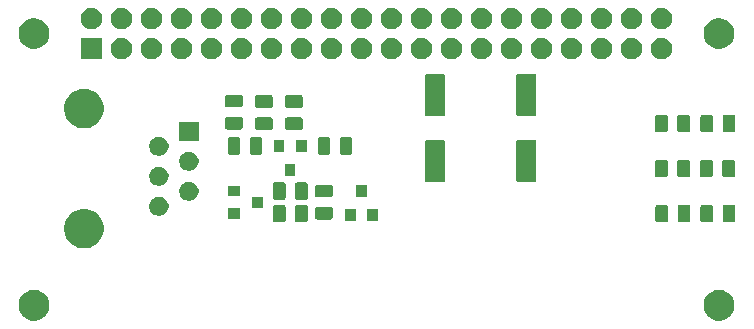
<source format=gbr>
G04 #@! TF.GenerationSoftware,KiCad,Pcbnew,5.1.5+dfsg1-2build2*
G04 #@! TF.CreationDate,2021-11-14T20:21:27+01:00*
G04 #@! TF.ProjectId,rpi-han-interface,7270692d-6861-46e2-9d69-6e7465726661,rev?*
G04 #@! TF.SameCoordinates,Original*
G04 #@! TF.FileFunction,Soldermask,Top*
G04 #@! TF.FilePolarity,Negative*
%FSLAX46Y46*%
G04 Gerber Fmt 4.6, Leading zero omitted, Abs format (unit mm)*
G04 Created by KiCad (PCBNEW 5.1.5+dfsg1-2build2) date 2021-11-14 20:21:27*
%MOMM*%
%LPD*%
G04 APERTURE LIST*
%ADD10C,0.100000*%
G04 APERTURE END LIST*
D10*
G36*
X172889487Y-120173996D02*
G01*
X173126253Y-120272068D01*
X173126255Y-120272069D01*
X173339339Y-120414447D01*
X173520553Y-120595661D01*
X173662932Y-120808747D01*
X173761004Y-121045513D01*
X173811000Y-121296861D01*
X173811000Y-121553139D01*
X173761004Y-121804487D01*
X173662932Y-122041253D01*
X173662931Y-122041255D01*
X173520553Y-122254339D01*
X173339339Y-122435553D01*
X173126255Y-122577931D01*
X173126254Y-122577932D01*
X173126253Y-122577932D01*
X172889487Y-122676004D01*
X172638139Y-122726000D01*
X172381861Y-122726000D01*
X172130513Y-122676004D01*
X171893747Y-122577932D01*
X171893746Y-122577932D01*
X171893745Y-122577931D01*
X171680661Y-122435553D01*
X171499447Y-122254339D01*
X171357069Y-122041255D01*
X171357068Y-122041253D01*
X171258996Y-121804487D01*
X171209000Y-121553139D01*
X171209000Y-121296861D01*
X171258996Y-121045513D01*
X171357068Y-120808747D01*
X171499447Y-120595661D01*
X171680661Y-120414447D01*
X171893745Y-120272069D01*
X171893747Y-120272068D01*
X172130513Y-120173996D01*
X172381861Y-120124000D01*
X172638139Y-120124000D01*
X172889487Y-120173996D01*
G37*
G36*
X114889487Y-120173996D02*
G01*
X115126253Y-120272068D01*
X115126255Y-120272069D01*
X115339339Y-120414447D01*
X115520553Y-120595661D01*
X115662932Y-120808747D01*
X115761004Y-121045513D01*
X115811000Y-121296861D01*
X115811000Y-121553139D01*
X115761004Y-121804487D01*
X115662932Y-122041253D01*
X115662931Y-122041255D01*
X115520553Y-122254339D01*
X115339339Y-122435553D01*
X115126255Y-122577931D01*
X115126254Y-122577932D01*
X115126253Y-122577932D01*
X114889487Y-122676004D01*
X114638139Y-122726000D01*
X114381861Y-122726000D01*
X114130513Y-122676004D01*
X113893747Y-122577932D01*
X113893746Y-122577932D01*
X113893745Y-122577931D01*
X113680661Y-122435553D01*
X113499447Y-122254339D01*
X113357069Y-122041255D01*
X113357068Y-122041253D01*
X113258996Y-121804487D01*
X113209000Y-121553139D01*
X113209000Y-121296861D01*
X113258996Y-121045513D01*
X113357068Y-120808747D01*
X113499447Y-120595661D01*
X113680661Y-120414447D01*
X113893745Y-120272069D01*
X113893747Y-120272068D01*
X114130513Y-120173996D01*
X114381861Y-120124000D01*
X114638139Y-120124000D01*
X114889487Y-120173996D01*
G37*
G36*
X119233871Y-113323408D02*
G01*
X119538883Y-113449748D01*
X119813387Y-113633166D01*
X120046834Y-113866613D01*
X120230252Y-114141117D01*
X120356592Y-114446129D01*
X120421000Y-114769928D01*
X120421000Y-115100072D01*
X120356592Y-115423871D01*
X120230252Y-115728883D01*
X120046834Y-116003387D01*
X119813387Y-116236834D01*
X119538883Y-116420252D01*
X119233871Y-116546592D01*
X118910073Y-116611000D01*
X118579927Y-116611000D01*
X118256129Y-116546592D01*
X117951117Y-116420252D01*
X117676613Y-116236834D01*
X117443166Y-116003387D01*
X117259748Y-115728883D01*
X117133408Y-115423871D01*
X117069000Y-115100072D01*
X117069000Y-114769928D01*
X117133408Y-114446129D01*
X117259748Y-114141117D01*
X117443166Y-113866613D01*
X117676613Y-113633166D01*
X117951117Y-113449748D01*
X118256129Y-113323408D01*
X118579927Y-113259000D01*
X118910073Y-113259000D01*
X119233871Y-113323408D01*
G37*
G36*
X168041968Y-112918565D02*
G01*
X168080638Y-112930296D01*
X168116277Y-112949346D01*
X168147517Y-112974983D01*
X168173154Y-113006223D01*
X168192204Y-113041862D01*
X168203935Y-113080532D01*
X168208500Y-113126888D01*
X168208500Y-114203112D01*
X168203935Y-114249468D01*
X168192204Y-114288138D01*
X168173154Y-114323777D01*
X168147517Y-114355017D01*
X168116277Y-114380654D01*
X168080638Y-114399704D01*
X168041968Y-114411435D01*
X167995612Y-114416000D01*
X167344388Y-114416000D01*
X167298032Y-114411435D01*
X167259362Y-114399704D01*
X167223723Y-114380654D01*
X167192483Y-114355017D01*
X167166846Y-114323777D01*
X167147796Y-114288138D01*
X167136065Y-114249468D01*
X167131500Y-114203112D01*
X167131500Y-113126888D01*
X167136065Y-113080532D01*
X167147796Y-113041862D01*
X167166846Y-113006223D01*
X167192483Y-112974983D01*
X167223723Y-112949346D01*
X167259362Y-112930296D01*
X167298032Y-112918565D01*
X167344388Y-112914000D01*
X167995612Y-112914000D01*
X168041968Y-112918565D01*
G37*
G36*
X173726968Y-112918565D02*
G01*
X173765638Y-112930296D01*
X173801277Y-112949346D01*
X173832517Y-112974983D01*
X173858154Y-113006223D01*
X173877204Y-113041862D01*
X173888935Y-113080532D01*
X173893500Y-113126888D01*
X173893500Y-114203112D01*
X173888935Y-114249468D01*
X173877204Y-114288138D01*
X173858154Y-114323777D01*
X173832517Y-114355017D01*
X173801277Y-114380654D01*
X173765638Y-114399704D01*
X173726968Y-114411435D01*
X173680612Y-114416000D01*
X173029388Y-114416000D01*
X172983032Y-114411435D01*
X172944362Y-114399704D01*
X172908723Y-114380654D01*
X172877483Y-114355017D01*
X172851846Y-114323777D01*
X172832796Y-114288138D01*
X172821065Y-114249468D01*
X172816500Y-114203112D01*
X172816500Y-113126888D01*
X172821065Y-113080532D01*
X172832796Y-113041862D01*
X172851846Y-113006223D01*
X172877483Y-112974983D01*
X172908723Y-112949346D01*
X172944362Y-112930296D01*
X172983032Y-112918565D01*
X173029388Y-112914000D01*
X173680612Y-112914000D01*
X173726968Y-112918565D01*
G37*
G36*
X171851968Y-112918565D02*
G01*
X171890638Y-112930296D01*
X171926277Y-112949346D01*
X171957517Y-112974983D01*
X171983154Y-113006223D01*
X172002204Y-113041862D01*
X172013935Y-113080532D01*
X172018500Y-113126888D01*
X172018500Y-114203112D01*
X172013935Y-114249468D01*
X172002204Y-114288138D01*
X171983154Y-114323777D01*
X171957517Y-114355017D01*
X171926277Y-114380654D01*
X171890638Y-114399704D01*
X171851968Y-114411435D01*
X171805612Y-114416000D01*
X171154388Y-114416000D01*
X171108032Y-114411435D01*
X171069362Y-114399704D01*
X171033723Y-114380654D01*
X171002483Y-114355017D01*
X170976846Y-114323777D01*
X170957796Y-114288138D01*
X170946065Y-114249468D01*
X170941500Y-114203112D01*
X170941500Y-113126888D01*
X170946065Y-113080532D01*
X170957796Y-113041862D01*
X170976846Y-113006223D01*
X171002483Y-112974983D01*
X171033723Y-112949346D01*
X171069362Y-112930296D01*
X171108032Y-112918565D01*
X171154388Y-112914000D01*
X171805612Y-112914000D01*
X171851968Y-112918565D01*
G37*
G36*
X137531968Y-112918565D02*
G01*
X137570638Y-112930296D01*
X137606277Y-112949346D01*
X137637517Y-112974983D01*
X137663154Y-113006223D01*
X137682204Y-113041862D01*
X137693935Y-113080532D01*
X137698500Y-113126888D01*
X137698500Y-114203112D01*
X137693935Y-114249468D01*
X137682204Y-114288138D01*
X137663154Y-114323777D01*
X137637517Y-114355017D01*
X137606277Y-114380654D01*
X137570638Y-114399704D01*
X137531968Y-114411435D01*
X137485612Y-114416000D01*
X136834388Y-114416000D01*
X136788032Y-114411435D01*
X136749362Y-114399704D01*
X136713723Y-114380654D01*
X136682483Y-114355017D01*
X136656846Y-114323777D01*
X136637796Y-114288138D01*
X136626065Y-114249468D01*
X136621500Y-114203112D01*
X136621500Y-113126888D01*
X136626065Y-113080532D01*
X136637796Y-113041862D01*
X136656846Y-113006223D01*
X136682483Y-112974983D01*
X136713723Y-112949346D01*
X136749362Y-112930296D01*
X136788032Y-112918565D01*
X136834388Y-112914000D01*
X137485612Y-112914000D01*
X137531968Y-112918565D01*
G37*
G36*
X135656968Y-112918565D02*
G01*
X135695638Y-112930296D01*
X135731277Y-112949346D01*
X135762517Y-112974983D01*
X135788154Y-113006223D01*
X135807204Y-113041862D01*
X135818935Y-113080532D01*
X135823500Y-113126888D01*
X135823500Y-114203112D01*
X135818935Y-114249468D01*
X135807204Y-114288138D01*
X135788154Y-114323777D01*
X135762517Y-114355017D01*
X135731277Y-114380654D01*
X135695638Y-114399704D01*
X135656968Y-114411435D01*
X135610612Y-114416000D01*
X134959388Y-114416000D01*
X134913032Y-114411435D01*
X134874362Y-114399704D01*
X134838723Y-114380654D01*
X134807483Y-114355017D01*
X134781846Y-114323777D01*
X134762796Y-114288138D01*
X134751065Y-114249468D01*
X134746500Y-114203112D01*
X134746500Y-113126888D01*
X134751065Y-113080532D01*
X134762796Y-113041862D01*
X134781846Y-113006223D01*
X134807483Y-112974983D01*
X134838723Y-112949346D01*
X134874362Y-112930296D01*
X134913032Y-112918565D01*
X134959388Y-112914000D01*
X135610612Y-112914000D01*
X135656968Y-112918565D01*
G37*
G36*
X169916968Y-112918565D02*
G01*
X169955638Y-112930296D01*
X169991277Y-112949346D01*
X170022517Y-112974983D01*
X170048154Y-113006223D01*
X170067204Y-113041862D01*
X170078935Y-113080532D01*
X170083500Y-113126888D01*
X170083500Y-114203112D01*
X170078935Y-114249468D01*
X170067204Y-114288138D01*
X170048154Y-114323777D01*
X170022517Y-114355017D01*
X169991277Y-114380654D01*
X169955638Y-114399704D01*
X169916968Y-114411435D01*
X169870612Y-114416000D01*
X169219388Y-114416000D01*
X169173032Y-114411435D01*
X169134362Y-114399704D01*
X169098723Y-114380654D01*
X169067483Y-114355017D01*
X169041846Y-114323777D01*
X169022796Y-114288138D01*
X169011065Y-114249468D01*
X169006500Y-114203112D01*
X169006500Y-113126888D01*
X169011065Y-113080532D01*
X169022796Y-113041862D01*
X169041846Y-113006223D01*
X169067483Y-112974983D01*
X169098723Y-112949346D01*
X169134362Y-112930296D01*
X169173032Y-112918565D01*
X169219388Y-112914000D01*
X169870612Y-112914000D01*
X169916968Y-112918565D01*
G37*
G36*
X141741000Y-114261000D02*
G01*
X140839000Y-114261000D01*
X140839000Y-113259000D01*
X141741000Y-113259000D01*
X141741000Y-114261000D01*
G37*
G36*
X143641000Y-114261000D02*
G01*
X142739000Y-114261000D01*
X142739000Y-113259000D01*
X143641000Y-113259000D01*
X143641000Y-114261000D01*
G37*
G36*
X139649468Y-113101065D02*
G01*
X139688138Y-113112796D01*
X139723777Y-113131846D01*
X139755017Y-113157483D01*
X139780654Y-113188723D01*
X139799704Y-113224362D01*
X139811435Y-113263032D01*
X139816000Y-113309388D01*
X139816000Y-113960612D01*
X139811435Y-114006968D01*
X139799704Y-114045638D01*
X139780654Y-114081277D01*
X139755017Y-114112517D01*
X139723777Y-114138154D01*
X139688138Y-114157204D01*
X139649468Y-114168935D01*
X139603112Y-114173500D01*
X138526888Y-114173500D01*
X138480532Y-114168935D01*
X138441862Y-114157204D01*
X138406223Y-114138154D01*
X138374983Y-114112517D01*
X138349346Y-114081277D01*
X138330296Y-114045638D01*
X138318565Y-114006968D01*
X138314000Y-113960612D01*
X138314000Y-113309388D01*
X138318565Y-113263032D01*
X138330296Y-113224362D01*
X138349346Y-113188723D01*
X138374983Y-113157483D01*
X138406223Y-113131846D01*
X138441862Y-113112796D01*
X138480532Y-113101065D01*
X138526888Y-113096500D01*
X139603112Y-113096500D01*
X139649468Y-113101065D01*
G37*
G36*
X131946000Y-114111000D02*
G01*
X130944000Y-114111000D01*
X130944000Y-113209000D01*
X131946000Y-113209000D01*
X131946000Y-114111000D01*
G37*
G36*
X125331560Y-112255166D02*
G01*
X125423687Y-112293326D01*
X125479153Y-112316301D01*
X125611982Y-112405055D01*
X125724945Y-112518018D01*
X125763688Y-112576000D01*
X125813700Y-112650849D01*
X125874834Y-112798440D01*
X125906000Y-112955122D01*
X125906000Y-113114878D01*
X125897525Y-113157483D01*
X125874834Y-113271560D01*
X125813699Y-113419153D01*
X125724945Y-113551982D01*
X125611982Y-113664945D01*
X125479153Y-113753699D01*
X125479152Y-113753700D01*
X125479151Y-113753700D01*
X125331560Y-113814834D01*
X125174878Y-113846000D01*
X125015122Y-113846000D01*
X124858440Y-113814834D01*
X124710849Y-113753700D01*
X124710848Y-113753700D01*
X124710847Y-113753699D01*
X124578018Y-113664945D01*
X124465055Y-113551982D01*
X124376301Y-113419153D01*
X124315166Y-113271560D01*
X124292475Y-113157483D01*
X124284000Y-113114878D01*
X124284000Y-112955122D01*
X124315166Y-112798440D01*
X124376300Y-112650849D01*
X124426313Y-112576000D01*
X124465055Y-112518018D01*
X124578018Y-112405055D01*
X124710847Y-112316301D01*
X124766314Y-112293326D01*
X124858440Y-112255166D01*
X125015122Y-112224000D01*
X125174878Y-112224000D01*
X125331560Y-112255166D01*
G37*
G36*
X133946000Y-113161000D02*
G01*
X132944000Y-113161000D01*
X132944000Y-112259000D01*
X133946000Y-112259000D01*
X133946000Y-113161000D01*
G37*
G36*
X127871560Y-110985166D02*
G01*
X128014434Y-111044346D01*
X128019153Y-111046301D01*
X128151982Y-111135055D01*
X128264945Y-111248018D01*
X128303688Y-111306000D01*
X128353700Y-111380849D01*
X128399222Y-111490750D01*
X128414834Y-111528440D01*
X128446000Y-111685123D01*
X128446000Y-111844877D01*
X128414834Y-112001560D01*
X128353699Y-112149153D01*
X128264945Y-112281982D01*
X128151982Y-112394945D01*
X128019153Y-112483699D01*
X128019152Y-112483700D01*
X128019151Y-112483700D01*
X127871560Y-112544834D01*
X127714878Y-112576000D01*
X127555122Y-112576000D01*
X127398440Y-112544834D01*
X127250849Y-112483700D01*
X127250848Y-112483700D01*
X127250847Y-112483699D01*
X127118018Y-112394945D01*
X127005055Y-112281982D01*
X126916301Y-112149153D01*
X126855166Y-112001560D01*
X126824000Y-111844877D01*
X126824000Y-111685123D01*
X126855166Y-111528440D01*
X126870778Y-111490750D01*
X126916300Y-111380849D01*
X126966313Y-111306000D01*
X127005055Y-111248018D01*
X127118018Y-111135055D01*
X127250847Y-111046301D01*
X127255567Y-111044346D01*
X127398440Y-110985166D01*
X127555122Y-110954000D01*
X127714878Y-110954000D01*
X127871560Y-110985166D01*
G37*
G36*
X135656968Y-111013565D02*
G01*
X135695638Y-111025296D01*
X135731277Y-111044346D01*
X135762517Y-111069983D01*
X135788154Y-111101223D01*
X135807204Y-111136862D01*
X135818935Y-111175532D01*
X135823500Y-111221888D01*
X135823500Y-112298112D01*
X135818935Y-112344468D01*
X135807204Y-112383138D01*
X135788154Y-112418777D01*
X135762517Y-112450017D01*
X135731277Y-112475654D01*
X135695638Y-112494704D01*
X135656968Y-112506435D01*
X135610612Y-112511000D01*
X134959388Y-112511000D01*
X134913032Y-112506435D01*
X134874362Y-112494704D01*
X134838723Y-112475654D01*
X134807483Y-112450017D01*
X134781846Y-112418777D01*
X134762796Y-112383138D01*
X134751065Y-112344468D01*
X134746500Y-112298112D01*
X134746500Y-111221888D01*
X134751065Y-111175532D01*
X134762796Y-111136862D01*
X134781846Y-111101223D01*
X134807483Y-111069983D01*
X134838723Y-111044346D01*
X134874362Y-111025296D01*
X134913032Y-111013565D01*
X134959388Y-111009000D01*
X135610612Y-111009000D01*
X135656968Y-111013565D01*
G37*
G36*
X137531968Y-111013565D02*
G01*
X137570638Y-111025296D01*
X137606277Y-111044346D01*
X137637517Y-111069983D01*
X137663154Y-111101223D01*
X137682204Y-111136862D01*
X137693935Y-111175532D01*
X137698500Y-111221888D01*
X137698500Y-112298112D01*
X137693935Y-112344468D01*
X137682204Y-112383138D01*
X137663154Y-112418777D01*
X137637517Y-112450017D01*
X137606277Y-112475654D01*
X137570638Y-112494704D01*
X137531968Y-112506435D01*
X137485612Y-112511000D01*
X136834388Y-112511000D01*
X136788032Y-112506435D01*
X136749362Y-112494704D01*
X136713723Y-112475654D01*
X136682483Y-112450017D01*
X136656846Y-112418777D01*
X136637796Y-112383138D01*
X136626065Y-112344468D01*
X136621500Y-112298112D01*
X136621500Y-111221888D01*
X136626065Y-111175532D01*
X136637796Y-111136862D01*
X136656846Y-111101223D01*
X136682483Y-111069983D01*
X136713723Y-111044346D01*
X136749362Y-111025296D01*
X136788032Y-111013565D01*
X136834388Y-111009000D01*
X137485612Y-111009000D01*
X137531968Y-111013565D01*
G37*
G36*
X139649468Y-111226065D02*
G01*
X139688138Y-111237796D01*
X139723777Y-111256846D01*
X139755017Y-111282483D01*
X139780654Y-111313723D01*
X139799704Y-111349362D01*
X139811435Y-111388032D01*
X139816000Y-111434388D01*
X139816000Y-112085612D01*
X139811435Y-112131968D01*
X139799704Y-112170638D01*
X139780654Y-112206277D01*
X139755017Y-112237517D01*
X139723777Y-112263154D01*
X139688138Y-112282204D01*
X139649468Y-112293935D01*
X139603112Y-112298500D01*
X138526888Y-112298500D01*
X138480532Y-112293935D01*
X138441862Y-112282204D01*
X138406223Y-112263154D01*
X138374983Y-112237517D01*
X138349346Y-112206277D01*
X138330296Y-112170638D01*
X138318565Y-112131968D01*
X138314000Y-112085612D01*
X138314000Y-111434388D01*
X138318565Y-111388032D01*
X138330296Y-111349362D01*
X138349346Y-111313723D01*
X138374983Y-111282483D01*
X138406223Y-111256846D01*
X138441862Y-111237796D01*
X138480532Y-111226065D01*
X138526888Y-111221500D01*
X139603112Y-111221500D01*
X139649468Y-111226065D01*
G37*
G36*
X142691000Y-112261000D02*
G01*
X141789000Y-112261000D01*
X141789000Y-111259000D01*
X142691000Y-111259000D01*
X142691000Y-112261000D01*
G37*
G36*
X131946000Y-112211000D02*
G01*
X130944000Y-112211000D01*
X130944000Y-111309000D01*
X131946000Y-111309000D01*
X131946000Y-112211000D01*
G37*
G36*
X125331560Y-109715166D02*
G01*
X125479153Y-109776301D01*
X125611982Y-109865055D01*
X125724945Y-109978018D01*
X125763688Y-110036000D01*
X125813700Y-110110849D01*
X125874834Y-110258440D01*
X125906000Y-110415122D01*
X125906000Y-110574878D01*
X125900717Y-110601435D01*
X125874834Y-110731560D01*
X125813699Y-110879153D01*
X125724945Y-111011982D01*
X125611982Y-111124945D01*
X125479153Y-111213699D01*
X125479152Y-111213700D01*
X125479151Y-111213700D01*
X125331560Y-111274834D01*
X125174878Y-111306000D01*
X125015122Y-111306000D01*
X124858440Y-111274834D01*
X124710849Y-111213700D01*
X124710848Y-111213700D01*
X124710847Y-111213699D01*
X124578018Y-111124945D01*
X124465055Y-111011982D01*
X124376301Y-110879153D01*
X124315166Y-110731560D01*
X124289283Y-110601435D01*
X124284000Y-110574878D01*
X124284000Y-110415122D01*
X124315166Y-110258440D01*
X124376300Y-110110849D01*
X124426313Y-110036000D01*
X124465055Y-109978018D01*
X124578018Y-109865055D01*
X124710847Y-109776301D01*
X124858440Y-109715166D01*
X125015122Y-109684000D01*
X125174878Y-109684000D01*
X125331560Y-109715166D01*
G37*
G36*
X156915997Y-107423051D02*
G01*
X156949652Y-107433261D01*
X156980665Y-107449838D01*
X157007851Y-107472149D01*
X157030162Y-107499335D01*
X157046739Y-107530348D01*
X157056949Y-107564003D01*
X157061000Y-107605138D01*
X157061000Y-110834862D01*
X157056949Y-110875997D01*
X157046739Y-110909652D01*
X157030162Y-110940665D01*
X157007851Y-110967851D01*
X156980665Y-110990162D01*
X156949652Y-111006739D01*
X156915997Y-111016949D01*
X156874862Y-111021000D01*
X155545138Y-111021000D01*
X155504003Y-111016949D01*
X155470348Y-111006739D01*
X155439335Y-110990162D01*
X155412149Y-110967851D01*
X155389838Y-110940665D01*
X155373261Y-110909652D01*
X155363051Y-110875997D01*
X155359000Y-110834862D01*
X155359000Y-107605138D01*
X155363051Y-107564003D01*
X155373261Y-107530348D01*
X155389838Y-107499335D01*
X155412149Y-107472149D01*
X155439335Y-107449838D01*
X155470348Y-107433261D01*
X155504003Y-107423051D01*
X155545138Y-107419000D01*
X156874862Y-107419000D01*
X156915997Y-107423051D01*
G37*
G36*
X149168997Y-107423051D02*
G01*
X149202652Y-107433261D01*
X149233665Y-107449838D01*
X149260851Y-107472149D01*
X149283162Y-107499335D01*
X149299739Y-107530348D01*
X149309949Y-107564003D01*
X149314000Y-107605138D01*
X149314000Y-110834862D01*
X149309949Y-110875997D01*
X149299739Y-110909652D01*
X149283162Y-110940665D01*
X149260851Y-110967851D01*
X149233665Y-110990162D01*
X149202652Y-111006739D01*
X149168997Y-111016949D01*
X149127862Y-111021000D01*
X147798138Y-111021000D01*
X147757003Y-111016949D01*
X147723348Y-111006739D01*
X147692335Y-110990162D01*
X147665149Y-110967851D01*
X147642838Y-110940665D01*
X147626261Y-110909652D01*
X147616051Y-110875997D01*
X147612000Y-110834862D01*
X147612000Y-107605138D01*
X147616051Y-107564003D01*
X147626261Y-107530348D01*
X147642838Y-107499335D01*
X147665149Y-107472149D01*
X147692335Y-107449838D01*
X147723348Y-107433261D01*
X147757003Y-107423051D01*
X147798138Y-107419000D01*
X149127862Y-107419000D01*
X149168997Y-107423051D01*
G37*
G36*
X171821968Y-109108565D02*
G01*
X171860638Y-109120296D01*
X171896277Y-109139346D01*
X171927517Y-109164983D01*
X171953154Y-109196223D01*
X171972204Y-109231862D01*
X171983935Y-109270532D01*
X171988500Y-109316888D01*
X171988500Y-110393112D01*
X171983935Y-110439468D01*
X171972204Y-110478138D01*
X171953154Y-110513777D01*
X171927517Y-110545017D01*
X171896277Y-110570654D01*
X171860638Y-110589704D01*
X171821968Y-110601435D01*
X171775612Y-110606000D01*
X171124388Y-110606000D01*
X171078032Y-110601435D01*
X171039362Y-110589704D01*
X171003723Y-110570654D01*
X170972483Y-110545017D01*
X170946846Y-110513777D01*
X170927796Y-110478138D01*
X170916065Y-110439468D01*
X170911500Y-110393112D01*
X170911500Y-109316888D01*
X170916065Y-109270532D01*
X170927796Y-109231862D01*
X170946846Y-109196223D01*
X170972483Y-109164983D01*
X171003723Y-109139346D01*
X171039362Y-109120296D01*
X171078032Y-109108565D01*
X171124388Y-109104000D01*
X171775612Y-109104000D01*
X171821968Y-109108565D01*
G37*
G36*
X168011968Y-109108565D02*
G01*
X168050638Y-109120296D01*
X168086277Y-109139346D01*
X168117517Y-109164983D01*
X168143154Y-109196223D01*
X168162204Y-109231862D01*
X168173935Y-109270532D01*
X168178500Y-109316888D01*
X168178500Y-110393112D01*
X168173935Y-110439468D01*
X168162204Y-110478138D01*
X168143154Y-110513777D01*
X168117517Y-110545017D01*
X168086277Y-110570654D01*
X168050638Y-110589704D01*
X168011968Y-110601435D01*
X167965612Y-110606000D01*
X167314388Y-110606000D01*
X167268032Y-110601435D01*
X167229362Y-110589704D01*
X167193723Y-110570654D01*
X167162483Y-110545017D01*
X167136846Y-110513777D01*
X167117796Y-110478138D01*
X167106065Y-110439468D01*
X167101500Y-110393112D01*
X167101500Y-109316888D01*
X167106065Y-109270532D01*
X167117796Y-109231862D01*
X167136846Y-109196223D01*
X167162483Y-109164983D01*
X167193723Y-109139346D01*
X167229362Y-109120296D01*
X167268032Y-109108565D01*
X167314388Y-109104000D01*
X167965612Y-109104000D01*
X168011968Y-109108565D01*
G37*
G36*
X173696968Y-109108565D02*
G01*
X173735638Y-109120296D01*
X173771277Y-109139346D01*
X173802517Y-109164983D01*
X173828154Y-109196223D01*
X173847204Y-109231862D01*
X173858935Y-109270532D01*
X173863500Y-109316888D01*
X173863500Y-110393112D01*
X173858935Y-110439468D01*
X173847204Y-110478138D01*
X173828154Y-110513777D01*
X173802517Y-110545017D01*
X173771277Y-110570654D01*
X173735638Y-110589704D01*
X173696968Y-110601435D01*
X173650612Y-110606000D01*
X172999388Y-110606000D01*
X172953032Y-110601435D01*
X172914362Y-110589704D01*
X172878723Y-110570654D01*
X172847483Y-110545017D01*
X172821846Y-110513777D01*
X172802796Y-110478138D01*
X172791065Y-110439468D01*
X172786500Y-110393112D01*
X172786500Y-109316888D01*
X172791065Y-109270532D01*
X172802796Y-109231862D01*
X172821846Y-109196223D01*
X172847483Y-109164983D01*
X172878723Y-109139346D01*
X172914362Y-109120296D01*
X172953032Y-109108565D01*
X172999388Y-109104000D01*
X173650612Y-109104000D01*
X173696968Y-109108565D01*
G37*
G36*
X169886968Y-109108565D02*
G01*
X169925638Y-109120296D01*
X169961277Y-109139346D01*
X169992517Y-109164983D01*
X170018154Y-109196223D01*
X170037204Y-109231862D01*
X170048935Y-109270532D01*
X170053500Y-109316888D01*
X170053500Y-110393112D01*
X170048935Y-110439468D01*
X170037204Y-110478138D01*
X170018154Y-110513777D01*
X169992517Y-110545017D01*
X169961277Y-110570654D01*
X169925638Y-110589704D01*
X169886968Y-110601435D01*
X169840612Y-110606000D01*
X169189388Y-110606000D01*
X169143032Y-110601435D01*
X169104362Y-110589704D01*
X169068723Y-110570654D01*
X169037483Y-110545017D01*
X169011846Y-110513777D01*
X168992796Y-110478138D01*
X168981065Y-110439468D01*
X168976500Y-110393112D01*
X168976500Y-109316888D01*
X168981065Y-109270532D01*
X168992796Y-109231862D01*
X169011846Y-109196223D01*
X169037483Y-109164983D01*
X169068723Y-109139346D01*
X169104362Y-109120296D01*
X169143032Y-109108565D01*
X169189388Y-109104000D01*
X169840612Y-109104000D01*
X169886968Y-109108565D01*
G37*
G36*
X136656000Y-110451000D02*
G01*
X135754000Y-110451000D01*
X135754000Y-109449000D01*
X136656000Y-109449000D01*
X136656000Y-110451000D01*
G37*
G36*
X127804113Y-108431750D02*
G01*
X127871560Y-108445166D01*
X128019153Y-108506301D01*
X128151982Y-108595055D01*
X128264945Y-108708018D01*
X128353699Y-108840847D01*
X128414834Y-108988440D01*
X128446000Y-109145123D01*
X128446000Y-109304877D01*
X128414834Y-109461560D01*
X128353699Y-109609153D01*
X128264945Y-109741982D01*
X128151982Y-109854945D01*
X128019153Y-109943699D01*
X128019152Y-109943700D01*
X128019151Y-109943700D01*
X127871560Y-110004834D01*
X127714878Y-110036000D01*
X127555122Y-110036000D01*
X127398440Y-110004834D01*
X127250849Y-109943700D01*
X127250848Y-109943700D01*
X127250847Y-109943699D01*
X127118018Y-109854945D01*
X127005055Y-109741982D01*
X126916301Y-109609153D01*
X126855166Y-109461560D01*
X126824000Y-109304877D01*
X126824000Y-109145123D01*
X126855166Y-108988440D01*
X126916301Y-108840847D01*
X127005055Y-108708018D01*
X127118018Y-108595055D01*
X127250847Y-108506301D01*
X127398440Y-108445166D01*
X127465887Y-108431750D01*
X127555122Y-108414000D01*
X127714878Y-108414000D01*
X127804113Y-108431750D01*
G37*
G36*
X125331560Y-107175166D02*
G01*
X125474434Y-107234346D01*
X125479153Y-107236301D01*
X125611982Y-107325055D01*
X125724945Y-107438018D01*
X125813699Y-107570847D01*
X125874834Y-107718440D01*
X125906000Y-107875123D01*
X125906000Y-108034877D01*
X125874834Y-108191560D01*
X125813699Y-108339153D01*
X125724945Y-108471982D01*
X125611982Y-108584945D01*
X125479153Y-108673699D01*
X125479152Y-108673700D01*
X125479151Y-108673700D01*
X125331560Y-108734834D01*
X125174878Y-108766000D01*
X125015122Y-108766000D01*
X124858440Y-108734834D01*
X124710849Y-108673700D01*
X124710848Y-108673700D01*
X124710847Y-108673699D01*
X124578018Y-108584945D01*
X124465055Y-108471982D01*
X124376301Y-108339153D01*
X124315166Y-108191560D01*
X124284000Y-108034877D01*
X124284000Y-107875123D01*
X124315166Y-107718440D01*
X124376301Y-107570847D01*
X124465055Y-107438018D01*
X124578018Y-107325055D01*
X124710847Y-107236301D01*
X124715567Y-107234346D01*
X124858440Y-107175166D01*
X125015122Y-107144000D01*
X125174878Y-107144000D01*
X125331560Y-107175166D01*
G37*
G36*
X133691968Y-107203565D02*
G01*
X133730638Y-107215296D01*
X133766277Y-107234346D01*
X133797517Y-107259983D01*
X133823154Y-107291223D01*
X133842204Y-107326862D01*
X133853935Y-107365532D01*
X133858500Y-107411888D01*
X133858500Y-108488112D01*
X133853935Y-108534468D01*
X133842204Y-108573138D01*
X133823154Y-108608777D01*
X133797517Y-108640017D01*
X133766277Y-108665654D01*
X133730638Y-108684704D01*
X133691968Y-108696435D01*
X133645612Y-108701000D01*
X132994388Y-108701000D01*
X132948032Y-108696435D01*
X132909362Y-108684704D01*
X132873723Y-108665654D01*
X132842483Y-108640017D01*
X132816846Y-108608777D01*
X132797796Y-108573138D01*
X132786065Y-108534468D01*
X132781500Y-108488112D01*
X132781500Y-107411888D01*
X132786065Y-107365532D01*
X132797796Y-107326862D01*
X132816846Y-107291223D01*
X132842483Y-107259983D01*
X132873723Y-107234346D01*
X132909362Y-107215296D01*
X132948032Y-107203565D01*
X132994388Y-107199000D01*
X133645612Y-107199000D01*
X133691968Y-107203565D01*
G37*
G36*
X141311968Y-107203565D02*
G01*
X141350638Y-107215296D01*
X141386277Y-107234346D01*
X141417517Y-107259983D01*
X141443154Y-107291223D01*
X141462204Y-107326862D01*
X141473935Y-107365532D01*
X141478500Y-107411888D01*
X141478500Y-108488112D01*
X141473935Y-108534468D01*
X141462204Y-108573138D01*
X141443154Y-108608777D01*
X141417517Y-108640017D01*
X141386277Y-108665654D01*
X141350638Y-108684704D01*
X141311968Y-108696435D01*
X141265612Y-108701000D01*
X140614388Y-108701000D01*
X140568032Y-108696435D01*
X140529362Y-108684704D01*
X140493723Y-108665654D01*
X140462483Y-108640017D01*
X140436846Y-108608777D01*
X140417796Y-108573138D01*
X140406065Y-108534468D01*
X140401500Y-108488112D01*
X140401500Y-107411888D01*
X140406065Y-107365532D01*
X140417796Y-107326862D01*
X140436846Y-107291223D01*
X140462483Y-107259983D01*
X140493723Y-107234346D01*
X140529362Y-107215296D01*
X140568032Y-107203565D01*
X140614388Y-107199000D01*
X141265612Y-107199000D01*
X141311968Y-107203565D01*
G37*
G36*
X139436968Y-107203565D02*
G01*
X139475638Y-107215296D01*
X139511277Y-107234346D01*
X139542517Y-107259983D01*
X139568154Y-107291223D01*
X139587204Y-107326862D01*
X139598935Y-107365532D01*
X139603500Y-107411888D01*
X139603500Y-108488112D01*
X139598935Y-108534468D01*
X139587204Y-108573138D01*
X139568154Y-108608777D01*
X139542517Y-108640017D01*
X139511277Y-108665654D01*
X139475638Y-108684704D01*
X139436968Y-108696435D01*
X139390612Y-108701000D01*
X138739388Y-108701000D01*
X138693032Y-108696435D01*
X138654362Y-108684704D01*
X138618723Y-108665654D01*
X138587483Y-108640017D01*
X138561846Y-108608777D01*
X138542796Y-108573138D01*
X138531065Y-108534468D01*
X138526500Y-108488112D01*
X138526500Y-107411888D01*
X138531065Y-107365532D01*
X138542796Y-107326862D01*
X138561846Y-107291223D01*
X138587483Y-107259983D01*
X138618723Y-107234346D01*
X138654362Y-107215296D01*
X138693032Y-107203565D01*
X138739388Y-107199000D01*
X139390612Y-107199000D01*
X139436968Y-107203565D01*
G37*
G36*
X131816968Y-107203565D02*
G01*
X131855638Y-107215296D01*
X131891277Y-107234346D01*
X131922517Y-107259983D01*
X131948154Y-107291223D01*
X131967204Y-107326862D01*
X131978935Y-107365532D01*
X131983500Y-107411888D01*
X131983500Y-108488112D01*
X131978935Y-108534468D01*
X131967204Y-108573138D01*
X131948154Y-108608777D01*
X131922517Y-108640017D01*
X131891277Y-108665654D01*
X131855638Y-108684704D01*
X131816968Y-108696435D01*
X131770612Y-108701000D01*
X131119388Y-108701000D01*
X131073032Y-108696435D01*
X131034362Y-108684704D01*
X130998723Y-108665654D01*
X130967483Y-108640017D01*
X130941846Y-108608777D01*
X130922796Y-108573138D01*
X130911065Y-108534468D01*
X130906500Y-108488112D01*
X130906500Y-107411888D01*
X130911065Y-107365532D01*
X130922796Y-107326862D01*
X130941846Y-107291223D01*
X130967483Y-107259983D01*
X130998723Y-107234346D01*
X131034362Y-107215296D01*
X131073032Y-107203565D01*
X131119388Y-107199000D01*
X131770612Y-107199000D01*
X131816968Y-107203565D01*
G37*
G36*
X135706000Y-108451000D02*
G01*
X134804000Y-108451000D01*
X134804000Y-107449000D01*
X135706000Y-107449000D01*
X135706000Y-108451000D01*
G37*
G36*
X137606000Y-108451000D02*
G01*
X136704000Y-108451000D01*
X136704000Y-107449000D01*
X137606000Y-107449000D01*
X137606000Y-108451000D01*
G37*
G36*
X128446000Y-107496000D02*
G01*
X126824000Y-107496000D01*
X126824000Y-105874000D01*
X128446000Y-105874000D01*
X128446000Y-107496000D01*
G37*
G36*
X173726968Y-105298565D02*
G01*
X173765638Y-105310296D01*
X173801277Y-105329346D01*
X173832517Y-105354983D01*
X173858154Y-105386223D01*
X173877204Y-105421862D01*
X173888935Y-105460532D01*
X173893500Y-105506888D01*
X173893500Y-106583112D01*
X173888935Y-106629468D01*
X173877204Y-106668138D01*
X173858154Y-106703777D01*
X173832517Y-106735017D01*
X173801277Y-106760654D01*
X173765638Y-106779704D01*
X173726968Y-106791435D01*
X173680612Y-106796000D01*
X173029388Y-106796000D01*
X172983032Y-106791435D01*
X172944362Y-106779704D01*
X172908723Y-106760654D01*
X172877483Y-106735017D01*
X172851846Y-106703777D01*
X172832796Y-106668138D01*
X172821065Y-106629468D01*
X172816500Y-106583112D01*
X172816500Y-105506888D01*
X172821065Y-105460532D01*
X172832796Y-105421862D01*
X172851846Y-105386223D01*
X172877483Y-105354983D01*
X172908723Y-105329346D01*
X172944362Y-105310296D01*
X172983032Y-105298565D01*
X173029388Y-105294000D01*
X173680612Y-105294000D01*
X173726968Y-105298565D01*
G37*
G36*
X171851968Y-105298565D02*
G01*
X171890638Y-105310296D01*
X171926277Y-105329346D01*
X171957517Y-105354983D01*
X171983154Y-105386223D01*
X172002204Y-105421862D01*
X172013935Y-105460532D01*
X172018500Y-105506888D01*
X172018500Y-106583112D01*
X172013935Y-106629468D01*
X172002204Y-106668138D01*
X171983154Y-106703777D01*
X171957517Y-106735017D01*
X171926277Y-106760654D01*
X171890638Y-106779704D01*
X171851968Y-106791435D01*
X171805612Y-106796000D01*
X171154388Y-106796000D01*
X171108032Y-106791435D01*
X171069362Y-106779704D01*
X171033723Y-106760654D01*
X171002483Y-106735017D01*
X170976846Y-106703777D01*
X170957796Y-106668138D01*
X170946065Y-106629468D01*
X170941500Y-106583112D01*
X170941500Y-105506888D01*
X170946065Y-105460532D01*
X170957796Y-105421862D01*
X170976846Y-105386223D01*
X171002483Y-105354983D01*
X171033723Y-105329346D01*
X171069362Y-105310296D01*
X171108032Y-105298565D01*
X171154388Y-105294000D01*
X171805612Y-105294000D01*
X171851968Y-105298565D01*
G37*
G36*
X168011968Y-105298565D02*
G01*
X168050638Y-105310296D01*
X168086277Y-105329346D01*
X168117517Y-105354983D01*
X168143154Y-105386223D01*
X168162204Y-105421862D01*
X168173935Y-105460532D01*
X168178500Y-105506888D01*
X168178500Y-106583112D01*
X168173935Y-106629468D01*
X168162204Y-106668138D01*
X168143154Y-106703777D01*
X168117517Y-106735017D01*
X168086277Y-106760654D01*
X168050638Y-106779704D01*
X168011968Y-106791435D01*
X167965612Y-106796000D01*
X167314388Y-106796000D01*
X167268032Y-106791435D01*
X167229362Y-106779704D01*
X167193723Y-106760654D01*
X167162483Y-106735017D01*
X167136846Y-106703777D01*
X167117796Y-106668138D01*
X167106065Y-106629468D01*
X167101500Y-106583112D01*
X167101500Y-105506888D01*
X167106065Y-105460532D01*
X167117796Y-105421862D01*
X167136846Y-105386223D01*
X167162483Y-105354983D01*
X167193723Y-105329346D01*
X167229362Y-105310296D01*
X167268032Y-105298565D01*
X167314388Y-105294000D01*
X167965612Y-105294000D01*
X168011968Y-105298565D01*
G37*
G36*
X169886968Y-105298565D02*
G01*
X169925638Y-105310296D01*
X169961277Y-105329346D01*
X169992517Y-105354983D01*
X170018154Y-105386223D01*
X170037204Y-105421862D01*
X170048935Y-105460532D01*
X170053500Y-105506888D01*
X170053500Y-106583112D01*
X170048935Y-106629468D01*
X170037204Y-106668138D01*
X170018154Y-106703777D01*
X169992517Y-106735017D01*
X169961277Y-106760654D01*
X169925638Y-106779704D01*
X169886968Y-106791435D01*
X169840612Y-106796000D01*
X169189388Y-106796000D01*
X169143032Y-106791435D01*
X169104362Y-106779704D01*
X169068723Y-106760654D01*
X169037483Y-106735017D01*
X169011846Y-106703777D01*
X168992796Y-106668138D01*
X168981065Y-106629468D01*
X168976500Y-106583112D01*
X168976500Y-105506888D01*
X168981065Y-105460532D01*
X168992796Y-105421862D01*
X169011846Y-105386223D01*
X169037483Y-105354983D01*
X169068723Y-105329346D01*
X169104362Y-105310296D01*
X169143032Y-105298565D01*
X169189388Y-105294000D01*
X169840612Y-105294000D01*
X169886968Y-105298565D01*
G37*
G36*
X137109468Y-105511065D02*
G01*
X137148138Y-105522796D01*
X137183777Y-105541846D01*
X137215017Y-105567483D01*
X137240654Y-105598723D01*
X137259704Y-105634362D01*
X137271435Y-105673032D01*
X137276000Y-105719388D01*
X137276000Y-106370612D01*
X137271435Y-106416968D01*
X137259704Y-106455638D01*
X137240654Y-106491277D01*
X137215017Y-106522517D01*
X137183777Y-106548154D01*
X137148138Y-106567204D01*
X137109468Y-106578935D01*
X137063112Y-106583500D01*
X135986888Y-106583500D01*
X135940532Y-106578935D01*
X135901862Y-106567204D01*
X135866223Y-106548154D01*
X135834983Y-106522517D01*
X135809346Y-106491277D01*
X135790296Y-106455638D01*
X135778565Y-106416968D01*
X135774000Y-106370612D01*
X135774000Y-105719388D01*
X135778565Y-105673032D01*
X135790296Y-105634362D01*
X135809346Y-105598723D01*
X135834983Y-105567483D01*
X135866223Y-105541846D01*
X135901862Y-105522796D01*
X135940532Y-105511065D01*
X135986888Y-105506500D01*
X137063112Y-105506500D01*
X137109468Y-105511065D01*
G37*
G36*
X134569468Y-105511065D02*
G01*
X134608138Y-105522796D01*
X134643777Y-105541846D01*
X134675017Y-105567483D01*
X134700654Y-105598723D01*
X134719704Y-105634362D01*
X134731435Y-105673032D01*
X134736000Y-105719388D01*
X134736000Y-106370612D01*
X134731435Y-106416968D01*
X134719704Y-106455638D01*
X134700654Y-106491277D01*
X134675017Y-106522517D01*
X134643777Y-106548154D01*
X134608138Y-106567204D01*
X134569468Y-106578935D01*
X134523112Y-106583500D01*
X133446888Y-106583500D01*
X133400532Y-106578935D01*
X133361862Y-106567204D01*
X133326223Y-106548154D01*
X133294983Y-106522517D01*
X133269346Y-106491277D01*
X133250296Y-106455638D01*
X133238565Y-106416968D01*
X133234000Y-106370612D01*
X133234000Y-105719388D01*
X133238565Y-105673032D01*
X133250296Y-105634362D01*
X133269346Y-105598723D01*
X133294983Y-105567483D01*
X133326223Y-105541846D01*
X133361862Y-105522796D01*
X133400532Y-105511065D01*
X133446888Y-105506500D01*
X134523112Y-105506500D01*
X134569468Y-105511065D01*
G37*
G36*
X132029468Y-105481065D02*
G01*
X132068138Y-105492796D01*
X132103777Y-105511846D01*
X132135017Y-105537483D01*
X132160654Y-105568723D01*
X132179704Y-105604362D01*
X132191435Y-105643032D01*
X132196000Y-105689388D01*
X132196000Y-106340612D01*
X132191435Y-106386968D01*
X132179704Y-106425638D01*
X132160654Y-106461277D01*
X132135017Y-106492517D01*
X132103777Y-106518154D01*
X132068138Y-106537204D01*
X132029468Y-106548935D01*
X131983112Y-106553500D01*
X130906888Y-106553500D01*
X130860532Y-106548935D01*
X130821862Y-106537204D01*
X130786223Y-106518154D01*
X130754983Y-106492517D01*
X130729346Y-106461277D01*
X130710296Y-106425638D01*
X130698565Y-106386968D01*
X130694000Y-106340612D01*
X130694000Y-105689388D01*
X130698565Y-105643032D01*
X130710296Y-105604362D01*
X130729346Y-105568723D01*
X130754983Y-105537483D01*
X130786223Y-105511846D01*
X130821862Y-105492796D01*
X130860532Y-105481065D01*
X130906888Y-105476500D01*
X131983112Y-105476500D01*
X132029468Y-105481065D01*
G37*
G36*
X119071971Y-103131204D02*
G01*
X119233871Y-103163408D01*
X119538883Y-103289748D01*
X119813387Y-103473166D01*
X120046834Y-103706613D01*
X120230252Y-103981117D01*
X120230252Y-103981118D01*
X120356592Y-104286130D01*
X120418954Y-104599639D01*
X120421000Y-104609928D01*
X120421000Y-104940072D01*
X120356592Y-105263871D01*
X120230252Y-105568883D01*
X120046834Y-105843387D01*
X119813387Y-106076834D01*
X119538883Y-106260252D01*
X119233871Y-106386592D01*
X119081161Y-106416968D01*
X118910073Y-106451000D01*
X118579927Y-106451000D01*
X118408839Y-106416968D01*
X118256129Y-106386592D01*
X117951117Y-106260252D01*
X117676613Y-106076834D01*
X117443166Y-105843387D01*
X117259748Y-105568883D01*
X117133408Y-105263871D01*
X117069000Y-104940072D01*
X117069000Y-104609928D01*
X117071047Y-104599639D01*
X117133408Y-104286130D01*
X117259748Y-103981118D01*
X117259748Y-103981117D01*
X117443166Y-103706613D01*
X117676613Y-103473166D01*
X117951117Y-103289748D01*
X118256129Y-103163408D01*
X118418029Y-103131204D01*
X118579927Y-103099000D01*
X118910073Y-103099000D01*
X119071971Y-103131204D01*
G37*
G36*
X156915997Y-101823051D02*
G01*
X156949652Y-101833261D01*
X156980665Y-101849838D01*
X157007851Y-101872149D01*
X157030162Y-101899335D01*
X157046739Y-101930348D01*
X157056949Y-101964003D01*
X157061000Y-102005138D01*
X157061000Y-105234862D01*
X157056949Y-105275997D01*
X157046739Y-105309652D01*
X157030162Y-105340665D01*
X157007851Y-105367851D01*
X156980665Y-105390162D01*
X156949652Y-105406739D01*
X156915997Y-105416949D01*
X156874862Y-105421000D01*
X155545138Y-105421000D01*
X155504003Y-105416949D01*
X155470348Y-105406739D01*
X155439335Y-105390162D01*
X155412149Y-105367851D01*
X155389838Y-105340665D01*
X155373261Y-105309652D01*
X155363051Y-105275997D01*
X155359000Y-105234862D01*
X155359000Y-102005138D01*
X155363051Y-101964003D01*
X155373261Y-101930348D01*
X155389838Y-101899335D01*
X155412149Y-101872149D01*
X155439335Y-101849838D01*
X155470348Y-101833261D01*
X155504003Y-101823051D01*
X155545138Y-101819000D01*
X156874862Y-101819000D01*
X156915997Y-101823051D01*
G37*
G36*
X149168997Y-101823051D02*
G01*
X149202652Y-101833261D01*
X149233665Y-101849838D01*
X149260851Y-101872149D01*
X149283162Y-101899335D01*
X149299739Y-101930348D01*
X149309949Y-101964003D01*
X149314000Y-102005138D01*
X149314000Y-105234862D01*
X149309949Y-105275997D01*
X149299739Y-105309652D01*
X149283162Y-105340665D01*
X149260851Y-105367851D01*
X149233665Y-105390162D01*
X149202652Y-105406739D01*
X149168997Y-105416949D01*
X149127862Y-105421000D01*
X147798138Y-105421000D01*
X147757003Y-105416949D01*
X147723348Y-105406739D01*
X147692335Y-105390162D01*
X147665149Y-105367851D01*
X147642838Y-105340665D01*
X147626261Y-105309652D01*
X147616051Y-105275997D01*
X147612000Y-105234862D01*
X147612000Y-102005138D01*
X147616051Y-101964003D01*
X147626261Y-101930348D01*
X147642838Y-101899335D01*
X147665149Y-101872149D01*
X147692335Y-101849838D01*
X147723348Y-101833261D01*
X147757003Y-101823051D01*
X147798138Y-101819000D01*
X149127862Y-101819000D01*
X149168997Y-101823051D01*
G37*
G36*
X134569468Y-103636065D02*
G01*
X134608138Y-103647796D01*
X134643777Y-103666846D01*
X134675017Y-103692483D01*
X134700654Y-103723723D01*
X134719704Y-103759362D01*
X134731435Y-103798032D01*
X134736000Y-103844388D01*
X134736000Y-104495612D01*
X134731435Y-104541968D01*
X134719704Y-104580638D01*
X134700654Y-104616277D01*
X134675017Y-104647517D01*
X134643777Y-104673154D01*
X134608138Y-104692204D01*
X134569468Y-104703935D01*
X134523112Y-104708500D01*
X133446888Y-104708500D01*
X133400532Y-104703935D01*
X133361862Y-104692204D01*
X133326223Y-104673154D01*
X133294983Y-104647517D01*
X133269346Y-104616277D01*
X133250296Y-104580638D01*
X133238565Y-104541968D01*
X133234000Y-104495612D01*
X133234000Y-103844388D01*
X133238565Y-103798032D01*
X133250296Y-103759362D01*
X133269346Y-103723723D01*
X133294983Y-103692483D01*
X133326223Y-103666846D01*
X133361862Y-103647796D01*
X133400532Y-103636065D01*
X133446888Y-103631500D01*
X134523112Y-103631500D01*
X134569468Y-103636065D01*
G37*
G36*
X137109468Y-103636065D02*
G01*
X137148138Y-103647796D01*
X137183777Y-103666846D01*
X137215017Y-103692483D01*
X137240654Y-103723723D01*
X137259704Y-103759362D01*
X137271435Y-103798032D01*
X137276000Y-103844388D01*
X137276000Y-104495612D01*
X137271435Y-104541968D01*
X137259704Y-104580638D01*
X137240654Y-104616277D01*
X137215017Y-104647517D01*
X137183777Y-104673154D01*
X137148138Y-104692204D01*
X137109468Y-104703935D01*
X137063112Y-104708500D01*
X135986888Y-104708500D01*
X135940532Y-104703935D01*
X135901862Y-104692204D01*
X135866223Y-104673154D01*
X135834983Y-104647517D01*
X135809346Y-104616277D01*
X135790296Y-104580638D01*
X135778565Y-104541968D01*
X135774000Y-104495612D01*
X135774000Y-103844388D01*
X135778565Y-103798032D01*
X135790296Y-103759362D01*
X135809346Y-103723723D01*
X135834983Y-103692483D01*
X135866223Y-103666846D01*
X135901862Y-103647796D01*
X135940532Y-103636065D01*
X135986888Y-103631500D01*
X137063112Y-103631500D01*
X137109468Y-103636065D01*
G37*
G36*
X132029468Y-103606065D02*
G01*
X132068138Y-103617796D01*
X132103777Y-103636846D01*
X132135017Y-103662483D01*
X132160654Y-103693723D01*
X132179704Y-103729362D01*
X132191435Y-103768032D01*
X132196000Y-103814388D01*
X132196000Y-104465612D01*
X132191435Y-104511968D01*
X132179704Y-104550638D01*
X132160654Y-104586277D01*
X132135017Y-104617517D01*
X132103777Y-104643154D01*
X132068138Y-104662204D01*
X132029468Y-104673935D01*
X131983112Y-104678500D01*
X130906888Y-104678500D01*
X130860532Y-104673935D01*
X130821862Y-104662204D01*
X130786223Y-104643154D01*
X130754983Y-104617517D01*
X130729346Y-104586277D01*
X130710296Y-104550638D01*
X130698565Y-104511968D01*
X130694000Y-104465612D01*
X130694000Y-103814388D01*
X130698565Y-103768032D01*
X130710296Y-103729362D01*
X130729346Y-103693723D01*
X130754983Y-103662483D01*
X130786223Y-103636846D01*
X130821862Y-103617796D01*
X130860532Y-103606065D01*
X130906888Y-103601500D01*
X131983112Y-103601500D01*
X132029468Y-103606065D01*
G37*
G36*
X149973512Y-98798927D02*
G01*
X150122812Y-98828624D01*
X150286784Y-98896544D01*
X150434354Y-98995147D01*
X150559853Y-99120646D01*
X150658456Y-99268216D01*
X150726376Y-99432188D01*
X150761000Y-99606259D01*
X150761000Y-99783741D01*
X150726376Y-99957812D01*
X150658456Y-100121784D01*
X150559853Y-100269354D01*
X150434354Y-100394853D01*
X150286784Y-100493456D01*
X150122812Y-100561376D01*
X149973512Y-100591073D01*
X149948742Y-100596000D01*
X149771258Y-100596000D01*
X149746488Y-100591073D01*
X149597188Y-100561376D01*
X149433216Y-100493456D01*
X149285646Y-100394853D01*
X149160147Y-100269354D01*
X149061544Y-100121784D01*
X148993624Y-99957812D01*
X148959000Y-99783741D01*
X148959000Y-99606259D01*
X148993624Y-99432188D01*
X149061544Y-99268216D01*
X149160147Y-99120646D01*
X149285646Y-98995147D01*
X149433216Y-98896544D01*
X149597188Y-98828624D01*
X149746488Y-98798927D01*
X149771258Y-98794000D01*
X149948742Y-98794000D01*
X149973512Y-98798927D01*
G37*
G36*
X147433512Y-98798927D02*
G01*
X147582812Y-98828624D01*
X147746784Y-98896544D01*
X147894354Y-98995147D01*
X148019853Y-99120646D01*
X148118456Y-99268216D01*
X148186376Y-99432188D01*
X148221000Y-99606259D01*
X148221000Y-99783741D01*
X148186376Y-99957812D01*
X148118456Y-100121784D01*
X148019853Y-100269354D01*
X147894354Y-100394853D01*
X147746784Y-100493456D01*
X147582812Y-100561376D01*
X147433512Y-100591073D01*
X147408742Y-100596000D01*
X147231258Y-100596000D01*
X147206488Y-100591073D01*
X147057188Y-100561376D01*
X146893216Y-100493456D01*
X146745646Y-100394853D01*
X146620147Y-100269354D01*
X146521544Y-100121784D01*
X146453624Y-99957812D01*
X146419000Y-99783741D01*
X146419000Y-99606259D01*
X146453624Y-99432188D01*
X146521544Y-99268216D01*
X146620147Y-99120646D01*
X146745646Y-98995147D01*
X146893216Y-98896544D01*
X147057188Y-98828624D01*
X147206488Y-98798927D01*
X147231258Y-98794000D01*
X147408742Y-98794000D01*
X147433512Y-98798927D01*
G37*
G36*
X144893512Y-98798927D02*
G01*
X145042812Y-98828624D01*
X145206784Y-98896544D01*
X145354354Y-98995147D01*
X145479853Y-99120646D01*
X145578456Y-99268216D01*
X145646376Y-99432188D01*
X145681000Y-99606259D01*
X145681000Y-99783741D01*
X145646376Y-99957812D01*
X145578456Y-100121784D01*
X145479853Y-100269354D01*
X145354354Y-100394853D01*
X145206784Y-100493456D01*
X145042812Y-100561376D01*
X144893512Y-100591073D01*
X144868742Y-100596000D01*
X144691258Y-100596000D01*
X144666488Y-100591073D01*
X144517188Y-100561376D01*
X144353216Y-100493456D01*
X144205646Y-100394853D01*
X144080147Y-100269354D01*
X143981544Y-100121784D01*
X143913624Y-99957812D01*
X143879000Y-99783741D01*
X143879000Y-99606259D01*
X143913624Y-99432188D01*
X143981544Y-99268216D01*
X144080147Y-99120646D01*
X144205646Y-98995147D01*
X144353216Y-98896544D01*
X144517188Y-98828624D01*
X144666488Y-98798927D01*
X144691258Y-98794000D01*
X144868742Y-98794000D01*
X144893512Y-98798927D01*
G37*
G36*
X142353512Y-98798927D02*
G01*
X142502812Y-98828624D01*
X142666784Y-98896544D01*
X142814354Y-98995147D01*
X142939853Y-99120646D01*
X143038456Y-99268216D01*
X143106376Y-99432188D01*
X143141000Y-99606259D01*
X143141000Y-99783741D01*
X143106376Y-99957812D01*
X143038456Y-100121784D01*
X142939853Y-100269354D01*
X142814354Y-100394853D01*
X142666784Y-100493456D01*
X142502812Y-100561376D01*
X142353512Y-100591073D01*
X142328742Y-100596000D01*
X142151258Y-100596000D01*
X142126488Y-100591073D01*
X141977188Y-100561376D01*
X141813216Y-100493456D01*
X141665646Y-100394853D01*
X141540147Y-100269354D01*
X141441544Y-100121784D01*
X141373624Y-99957812D01*
X141339000Y-99783741D01*
X141339000Y-99606259D01*
X141373624Y-99432188D01*
X141441544Y-99268216D01*
X141540147Y-99120646D01*
X141665646Y-98995147D01*
X141813216Y-98896544D01*
X141977188Y-98828624D01*
X142126488Y-98798927D01*
X142151258Y-98794000D01*
X142328742Y-98794000D01*
X142353512Y-98798927D01*
G37*
G36*
X139813512Y-98798927D02*
G01*
X139962812Y-98828624D01*
X140126784Y-98896544D01*
X140274354Y-98995147D01*
X140399853Y-99120646D01*
X140498456Y-99268216D01*
X140566376Y-99432188D01*
X140601000Y-99606259D01*
X140601000Y-99783741D01*
X140566376Y-99957812D01*
X140498456Y-100121784D01*
X140399853Y-100269354D01*
X140274354Y-100394853D01*
X140126784Y-100493456D01*
X139962812Y-100561376D01*
X139813512Y-100591073D01*
X139788742Y-100596000D01*
X139611258Y-100596000D01*
X139586488Y-100591073D01*
X139437188Y-100561376D01*
X139273216Y-100493456D01*
X139125646Y-100394853D01*
X139000147Y-100269354D01*
X138901544Y-100121784D01*
X138833624Y-99957812D01*
X138799000Y-99783741D01*
X138799000Y-99606259D01*
X138833624Y-99432188D01*
X138901544Y-99268216D01*
X139000147Y-99120646D01*
X139125646Y-98995147D01*
X139273216Y-98896544D01*
X139437188Y-98828624D01*
X139586488Y-98798927D01*
X139611258Y-98794000D01*
X139788742Y-98794000D01*
X139813512Y-98798927D01*
G37*
G36*
X137273512Y-98798927D02*
G01*
X137422812Y-98828624D01*
X137586784Y-98896544D01*
X137734354Y-98995147D01*
X137859853Y-99120646D01*
X137958456Y-99268216D01*
X138026376Y-99432188D01*
X138061000Y-99606259D01*
X138061000Y-99783741D01*
X138026376Y-99957812D01*
X137958456Y-100121784D01*
X137859853Y-100269354D01*
X137734354Y-100394853D01*
X137586784Y-100493456D01*
X137422812Y-100561376D01*
X137273512Y-100591073D01*
X137248742Y-100596000D01*
X137071258Y-100596000D01*
X137046488Y-100591073D01*
X136897188Y-100561376D01*
X136733216Y-100493456D01*
X136585646Y-100394853D01*
X136460147Y-100269354D01*
X136361544Y-100121784D01*
X136293624Y-99957812D01*
X136259000Y-99783741D01*
X136259000Y-99606259D01*
X136293624Y-99432188D01*
X136361544Y-99268216D01*
X136460147Y-99120646D01*
X136585646Y-98995147D01*
X136733216Y-98896544D01*
X136897188Y-98828624D01*
X137046488Y-98798927D01*
X137071258Y-98794000D01*
X137248742Y-98794000D01*
X137273512Y-98798927D01*
G37*
G36*
X134733512Y-98798927D02*
G01*
X134882812Y-98828624D01*
X135046784Y-98896544D01*
X135194354Y-98995147D01*
X135319853Y-99120646D01*
X135418456Y-99268216D01*
X135486376Y-99432188D01*
X135521000Y-99606259D01*
X135521000Y-99783741D01*
X135486376Y-99957812D01*
X135418456Y-100121784D01*
X135319853Y-100269354D01*
X135194354Y-100394853D01*
X135046784Y-100493456D01*
X134882812Y-100561376D01*
X134733512Y-100591073D01*
X134708742Y-100596000D01*
X134531258Y-100596000D01*
X134506488Y-100591073D01*
X134357188Y-100561376D01*
X134193216Y-100493456D01*
X134045646Y-100394853D01*
X133920147Y-100269354D01*
X133821544Y-100121784D01*
X133753624Y-99957812D01*
X133719000Y-99783741D01*
X133719000Y-99606259D01*
X133753624Y-99432188D01*
X133821544Y-99268216D01*
X133920147Y-99120646D01*
X134045646Y-98995147D01*
X134193216Y-98896544D01*
X134357188Y-98828624D01*
X134506488Y-98798927D01*
X134531258Y-98794000D01*
X134708742Y-98794000D01*
X134733512Y-98798927D01*
G37*
G36*
X132193512Y-98798927D02*
G01*
X132342812Y-98828624D01*
X132506784Y-98896544D01*
X132654354Y-98995147D01*
X132779853Y-99120646D01*
X132878456Y-99268216D01*
X132946376Y-99432188D01*
X132981000Y-99606259D01*
X132981000Y-99783741D01*
X132946376Y-99957812D01*
X132878456Y-100121784D01*
X132779853Y-100269354D01*
X132654354Y-100394853D01*
X132506784Y-100493456D01*
X132342812Y-100561376D01*
X132193512Y-100591073D01*
X132168742Y-100596000D01*
X131991258Y-100596000D01*
X131966488Y-100591073D01*
X131817188Y-100561376D01*
X131653216Y-100493456D01*
X131505646Y-100394853D01*
X131380147Y-100269354D01*
X131281544Y-100121784D01*
X131213624Y-99957812D01*
X131179000Y-99783741D01*
X131179000Y-99606259D01*
X131213624Y-99432188D01*
X131281544Y-99268216D01*
X131380147Y-99120646D01*
X131505646Y-98995147D01*
X131653216Y-98896544D01*
X131817188Y-98828624D01*
X131966488Y-98798927D01*
X131991258Y-98794000D01*
X132168742Y-98794000D01*
X132193512Y-98798927D01*
G37*
G36*
X129653512Y-98798927D02*
G01*
X129802812Y-98828624D01*
X129966784Y-98896544D01*
X130114354Y-98995147D01*
X130239853Y-99120646D01*
X130338456Y-99268216D01*
X130406376Y-99432188D01*
X130441000Y-99606259D01*
X130441000Y-99783741D01*
X130406376Y-99957812D01*
X130338456Y-100121784D01*
X130239853Y-100269354D01*
X130114354Y-100394853D01*
X129966784Y-100493456D01*
X129802812Y-100561376D01*
X129653512Y-100591073D01*
X129628742Y-100596000D01*
X129451258Y-100596000D01*
X129426488Y-100591073D01*
X129277188Y-100561376D01*
X129113216Y-100493456D01*
X128965646Y-100394853D01*
X128840147Y-100269354D01*
X128741544Y-100121784D01*
X128673624Y-99957812D01*
X128639000Y-99783741D01*
X128639000Y-99606259D01*
X128673624Y-99432188D01*
X128741544Y-99268216D01*
X128840147Y-99120646D01*
X128965646Y-98995147D01*
X129113216Y-98896544D01*
X129277188Y-98828624D01*
X129426488Y-98798927D01*
X129451258Y-98794000D01*
X129628742Y-98794000D01*
X129653512Y-98798927D01*
G37*
G36*
X127113512Y-98798927D02*
G01*
X127262812Y-98828624D01*
X127426784Y-98896544D01*
X127574354Y-98995147D01*
X127699853Y-99120646D01*
X127798456Y-99268216D01*
X127866376Y-99432188D01*
X127901000Y-99606259D01*
X127901000Y-99783741D01*
X127866376Y-99957812D01*
X127798456Y-100121784D01*
X127699853Y-100269354D01*
X127574354Y-100394853D01*
X127426784Y-100493456D01*
X127262812Y-100561376D01*
X127113512Y-100591073D01*
X127088742Y-100596000D01*
X126911258Y-100596000D01*
X126886488Y-100591073D01*
X126737188Y-100561376D01*
X126573216Y-100493456D01*
X126425646Y-100394853D01*
X126300147Y-100269354D01*
X126201544Y-100121784D01*
X126133624Y-99957812D01*
X126099000Y-99783741D01*
X126099000Y-99606259D01*
X126133624Y-99432188D01*
X126201544Y-99268216D01*
X126300147Y-99120646D01*
X126425646Y-98995147D01*
X126573216Y-98896544D01*
X126737188Y-98828624D01*
X126886488Y-98798927D01*
X126911258Y-98794000D01*
X127088742Y-98794000D01*
X127113512Y-98798927D01*
G37*
G36*
X122033512Y-98798927D02*
G01*
X122182812Y-98828624D01*
X122346784Y-98896544D01*
X122494354Y-98995147D01*
X122619853Y-99120646D01*
X122718456Y-99268216D01*
X122786376Y-99432188D01*
X122821000Y-99606259D01*
X122821000Y-99783741D01*
X122786376Y-99957812D01*
X122718456Y-100121784D01*
X122619853Y-100269354D01*
X122494354Y-100394853D01*
X122346784Y-100493456D01*
X122182812Y-100561376D01*
X122033512Y-100591073D01*
X122008742Y-100596000D01*
X121831258Y-100596000D01*
X121806488Y-100591073D01*
X121657188Y-100561376D01*
X121493216Y-100493456D01*
X121345646Y-100394853D01*
X121220147Y-100269354D01*
X121121544Y-100121784D01*
X121053624Y-99957812D01*
X121019000Y-99783741D01*
X121019000Y-99606259D01*
X121053624Y-99432188D01*
X121121544Y-99268216D01*
X121220147Y-99120646D01*
X121345646Y-98995147D01*
X121493216Y-98896544D01*
X121657188Y-98828624D01*
X121806488Y-98798927D01*
X121831258Y-98794000D01*
X122008742Y-98794000D01*
X122033512Y-98798927D01*
G37*
G36*
X120281000Y-100596000D02*
G01*
X118479000Y-100596000D01*
X118479000Y-98794000D01*
X120281000Y-98794000D01*
X120281000Y-100596000D01*
G37*
G36*
X167753512Y-98798927D02*
G01*
X167902812Y-98828624D01*
X168066784Y-98896544D01*
X168214354Y-98995147D01*
X168339853Y-99120646D01*
X168438456Y-99268216D01*
X168506376Y-99432188D01*
X168541000Y-99606259D01*
X168541000Y-99783741D01*
X168506376Y-99957812D01*
X168438456Y-100121784D01*
X168339853Y-100269354D01*
X168214354Y-100394853D01*
X168066784Y-100493456D01*
X167902812Y-100561376D01*
X167753512Y-100591073D01*
X167728742Y-100596000D01*
X167551258Y-100596000D01*
X167526488Y-100591073D01*
X167377188Y-100561376D01*
X167213216Y-100493456D01*
X167065646Y-100394853D01*
X166940147Y-100269354D01*
X166841544Y-100121784D01*
X166773624Y-99957812D01*
X166739000Y-99783741D01*
X166739000Y-99606259D01*
X166773624Y-99432188D01*
X166841544Y-99268216D01*
X166940147Y-99120646D01*
X167065646Y-98995147D01*
X167213216Y-98896544D01*
X167377188Y-98828624D01*
X167526488Y-98798927D01*
X167551258Y-98794000D01*
X167728742Y-98794000D01*
X167753512Y-98798927D01*
G37*
G36*
X165213512Y-98798927D02*
G01*
X165362812Y-98828624D01*
X165526784Y-98896544D01*
X165674354Y-98995147D01*
X165799853Y-99120646D01*
X165898456Y-99268216D01*
X165966376Y-99432188D01*
X166001000Y-99606259D01*
X166001000Y-99783741D01*
X165966376Y-99957812D01*
X165898456Y-100121784D01*
X165799853Y-100269354D01*
X165674354Y-100394853D01*
X165526784Y-100493456D01*
X165362812Y-100561376D01*
X165213512Y-100591073D01*
X165188742Y-100596000D01*
X165011258Y-100596000D01*
X164986488Y-100591073D01*
X164837188Y-100561376D01*
X164673216Y-100493456D01*
X164525646Y-100394853D01*
X164400147Y-100269354D01*
X164301544Y-100121784D01*
X164233624Y-99957812D01*
X164199000Y-99783741D01*
X164199000Y-99606259D01*
X164233624Y-99432188D01*
X164301544Y-99268216D01*
X164400147Y-99120646D01*
X164525646Y-98995147D01*
X164673216Y-98896544D01*
X164837188Y-98828624D01*
X164986488Y-98798927D01*
X165011258Y-98794000D01*
X165188742Y-98794000D01*
X165213512Y-98798927D01*
G37*
G36*
X162673512Y-98798927D02*
G01*
X162822812Y-98828624D01*
X162986784Y-98896544D01*
X163134354Y-98995147D01*
X163259853Y-99120646D01*
X163358456Y-99268216D01*
X163426376Y-99432188D01*
X163461000Y-99606259D01*
X163461000Y-99783741D01*
X163426376Y-99957812D01*
X163358456Y-100121784D01*
X163259853Y-100269354D01*
X163134354Y-100394853D01*
X162986784Y-100493456D01*
X162822812Y-100561376D01*
X162673512Y-100591073D01*
X162648742Y-100596000D01*
X162471258Y-100596000D01*
X162446488Y-100591073D01*
X162297188Y-100561376D01*
X162133216Y-100493456D01*
X161985646Y-100394853D01*
X161860147Y-100269354D01*
X161761544Y-100121784D01*
X161693624Y-99957812D01*
X161659000Y-99783741D01*
X161659000Y-99606259D01*
X161693624Y-99432188D01*
X161761544Y-99268216D01*
X161860147Y-99120646D01*
X161985646Y-98995147D01*
X162133216Y-98896544D01*
X162297188Y-98828624D01*
X162446488Y-98798927D01*
X162471258Y-98794000D01*
X162648742Y-98794000D01*
X162673512Y-98798927D01*
G37*
G36*
X160133512Y-98798927D02*
G01*
X160282812Y-98828624D01*
X160446784Y-98896544D01*
X160594354Y-98995147D01*
X160719853Y-99120646D01*
X160818456Y-99268216D01*
X160886376Y-99432188D01*
X160921000Y-99606259D01*
X160921000Y-99783741D01*
X160886376Y-99957812D01*
X160818456Y-100121784D01*
X160719853Y-100269354D01*
X160594354Y-100394853D01*
X160446784Y-100493456D01*
X160282812Y-100561376D01*
X160133512Y-100591073D01*
X160108742Y-100596000D01*
X159931258Y-100596000D01*
X159906488Y-100591073D01*
X159757188Y-100561376D01*
X159593216Y-100493456D01*
X159445646Y-100394853D01*
X159320147Y-100269354D01*
X159221544Y-100121784D01*
X159153624Y-99957812D01*
X159119000Y-99783741D01*
X159119000Y-99606259D01*
X159153624Y-99432188D01*
X159221544Y-99268216D01*
X159320147Y-99120646D01*
X159445646Y-98995147D01*
X159593216Y-98896544D01*
X159757188Y-98828624D01*
X159906488Y-98798927D01*
X159931258Y-98794000D01*
X160108742Y-98794000D01*
X160133512Y-98798927D01*
G37*
G36*
X155053512Y-98798927D02*
G01*
X155202812Y-98828624D01*
X155366784Y-98896544D01*
X155514354Y-98995147D01*
X155639853Y-99120646D01*
X155738456Y-99268216D01*
X155806376Y-99432188D01*
X155841000Y-99606259D01*
X155841000Y-99783741D01*
X155806376Y-99957812D01*
X155738456Y-100121784D01*
X155639853Y-100269354D01*
X155514354Y-100394853D01*
X155366784Y-100493456D01*
X155202812Y-100561376D01*
X155053512Y-100591073D01*
X155028742Y-100596000D01*
X154851258Y-100596000D01*
X154826488Y-100591073D01*
X154677188Y-100561376D01*
X154513216Y-100493456D01*
X154365646Y-100394853D01*
X154240147Y-100269354D01*
X154141544Y-100121784D01*
X154073624Y-99957812D01*
X154039000Y-99783741D01*
X154039000Y-99606259D01*
X154073624Y-99432188D01*
X154141544Y-99268216D01*
X154240147Y-99120646D01*
X154365646Y-98995147D01*
X154513216Y-98896544D01*
X154677188Y-98828624D01*
X154826488Y-98798927D01*
X154851258Y-98794000D01*
X155028742Y-98794000D01*
X155053512Y-98798927D01*
G37*
G36*
X157593512Y-98798927D02*
G01*
X157742812Y-98828624D01*
X157906784Y-98896544D01*
X158054354Y-98995147D01*
X158179853Y-99120646D01*
X158278456Y-99268216D01*
X158346376Y-99432188D01*
X158381000Y-99606259D01*
X158381000Y-99783741D01*
X158346376Y-99957812D01*
X158278456Y-100121784D01*
X158179853Y-100269354D01*
X158054354Y-100394853D01*
X157906784Y-100493456D01*
X157742812Y-100561376D01*
X157593512Y-100591073D01*
X157568742Y-100596000D01*
X157391258Y-100596000D01*
X157366488Y-100591073D01*
X157217188Y-100561376D01*
X157053216Y-100493456D01*
X156905646Y-100394853D01*
X156780147Y-100269354D01*
X156681544Y-100121784D01*
X156613624Y-99957812D01*
X156579000Y-99783741D01*
X156579000Y-99606259D01*
X156613624Y-99432188D01*
X156681544Y-99268216D01*
X156780147Y-99120646D01*
X156905646Y-98995147D01*
X157053216Y-98896544D01*
X157217188Y-98828624D01*
X157366488Y-98798927D01*
X157391258Y-98794000D01*
X157568742Y-98794000D01*
X157593512Y-98798927D01*
G37*
G36*
X152513512Y-98798927D02*
G01*
X152662812Y-98828624D01*
X152826784Y-98896544D01*
X152974354Y-98995147D01*
X153099853Y-99120646D01*
X153198456Y-99268216D01*
X153266376Y-99432188D01*
X153301000Y-99606259D01*
X153301000Y-99783741D01*
X153266376Y-99957812D01*
X153198456Y-100121784D01*
X153099853Y-100269354D01*
X152974354Y-100394853D01*
X152826784Y-100493456D01*
X152662812Y-100561376D01*
X152513512Y-100591073D01*
X152488742Y-100596000D01*
X152311258Y-100596000D01*
X152286488Y-100591073D01*
X152137188Y-100561376D01*
X151973216Y-100493456D01*
X151825646Y-100394853D01*
X151700147Y-100269354D01*
X151601544Y-100121784D01*
X151533624Y-99957812D01*
X151499000Y-99783741D01*
X151499000Y-99606259D01*
X151533624Y-99432188D01*
X151601544Y-99268216D01*
X151700147Y-99120646D01*
X151825646Y-98995147D01*
X151973216Y-98896544D01*
X152137188Y-98828624D01*
X152286488Y-98798927D01*
X152311258Y-98794000D01*
X152488742Y-98794000D01*
X152513512Y-98798927D01*
G37*
G36*
X124573512Y-98798927D02*
G01*
X124722812Y-98828624D01*
X124886784Y-98896544D01*
X125034354Y-98995147D01*
X125159853Y-99120646D01*
X125258456Y-99268216D01*
X125326376Y-99432188D01*
X125361000Y-99606259D01*
X125361000Y-99783741D01*
X125326376Y-99957812D01*
X125258456Y-100121784D01*
X125159853Y-100269354D01*
X125034354Y-100394853D01*
X124886784Y-100493456D01*
X124722812Y-100561376D01*
X124573512Y-100591073D01*
X124548742Y-100596000D01*
X124371258Y-100596000D01*
X124346488Y-100591073D01*
X124197188Y-100561376D01*
X124033216Y-100493456D01*
X123885646Y-100394853D01*
X123760147Y-100269354D01*
X123661544Y-100121784D01*
X123593624Y-99957812D01*
X123559000Y-99783741D01*
X123559000Y-99606259D01*
X123593624Y-99432188D01*
X123661544Y-99268216D01*
X123760147Y-99120646D01*
X123885646Y-98995147D01*
X124033216Y-98896544D01*
X124197188Y-98828624D01*
X124346488Y-98798927D01*
X124371258Y-98794000D01*
X124548742Y-98794000D01*
X124573512Y-98798927D01*
G37*
G36*
X172889487Y-97173996D02*
G01*
X173057868Y-97243742D01*
X173126255Y-97272069D01*
X173339339Y-97414447D01*
X173520553Y-97595661D01*
X173609884Y-97729354D01*
X173662932Y-97808747D01*
X173761004Y-98045513D01*
X173811000Y-98296861D01*
X173811000Y-98553139D01*
X173761004Y-98804487D01*
X173682030Y-98995147D01*
X173662931Y-99041255D01*
X173520553Y-99254339D01*
X173339339Y-99435553D01*
X173126255Y-99577931D01*
X173126254Y-99577932D01*
X173126253Y-99577932D01*
X172889487Y-99676004D01*
X172638139Y-99726000D01*
X172381861Y-99726000D01*
X172130513Y-99676004D01*
X171893747Y-99577932D01*
X171893746Y-99577932D01*
X171893745Y-99577931D01*
X171680661Y-99435553D01*
X171499447Y-99254339D01*
X171357069Y-99041255D01*
X171337970Y-98995147D01*
X171258996Y-98804487D01*
X171209000Y-98553139D01*
X171209000Y-98296861D01*
X171258996Y-98045513D01*
X171357068Y-97808747D01*
X171410117Y-97729354D01*
X171499447Y-97595661D01*
X171680661Y-97414447D01*
X171893745Y-97272069D01*
X171962132Y-97243742D01*
X172130513Y-97173996D01*
X172381861Y-97124000D01*
X172638139Y-97124000D01*
X172889487Y-97173996D01*
G37*
G36*
X114889487Y-97173996D02*
G01*
X115057868Y-97243742D01*
X115126255Y-97272069D01*
X115339339Y-97414447D01*
X115520553Y-97595661D01*
X115609884Y-97729354D01*
X115662932Y-97808747D01*
X115761004Y-98045513D01*
X115811000Y-98296861D01*
X115811000Y-98553139D01*
X115761004Y-98804487D01*
X115682030Y-98995147D01*
X115662931Y-99041255D01*
X115520553Y-99254339D01*
X115339339Y-99435553D01*
X115126255Y-99577931D01*
X115126254Y-99577932D01*
X115126253Y-99577932D01*
X114889487Y-99676004D01*
X114638139Y-99726000D01*
X114381861Y-99726000D01*
X114130513Y-99676004D01*
X113893747Y-99577932D01*
X113893746Y-99577932D01*
X113893745Y-99577931D01*
X113680661Y-99435553D01*
X113499447Y-99254339D01*
X113357069Y-99041255D01*
X113337970Y-98995147D01*
X113258996Y-98804487D01*
X113209000Y-98553139D01*
X113209000Y-98296861D01*
X113258996Y-98045513D01*
X113357068Y-97808747D01*
X113410117Y-97729354D01*
X113499447Y-97595661D01*
X113680661Y-97414447D01*
X113893745Y-97272069D01*
X113962132Y-97243742D01*
X114130513Y-97173996D01*
X114381861Y-97124000D01*
X114638139Y-97124000D01*
X114889487Y-97173996D01*
G37*
G36*
X167753512Y-96258927D02*
G01*
X167902812Y-96288624D01*
X168066784Y-96356544D01*
X168214354Y-96455147D01*
X168339853Y-96580646D01*
X168438456Y-96728216D01*
X168506376Y-96892188D01*
X168541000Y-97066259D01*
X168541000Y-97243741D01*
X168506376Y-97417812D01*
X168438456Y-97581784D01*
X168339853Y-97729354D01*
X168214354Y-97854853D01*
X168066784Y-97953456D01*
X167902812Y-98021376D01*
X167753512Y-98051073D01*
X167728742Y-98056000D01*
X167551258Y-98056000D01*
X167526488Y-98051073D01*
X167377188Y-98021376D01*
X167213216Y-97953456D01*
X167065646Y-97854853D01*
X166940147Y-97729354D01*
X166841544Y-97581784D01*
X166773624Y-97417812D01*
X166739000Y-97243741D01*
X166739000Y-97066259D01*
X166773624Y-96892188D01*
X166841544Y-96728216D01*
X166940147Y-96580646D01*
X167065646Y-96455147D01*
X167213216Y-96356544D01*
X167377188Y-96288624D01*
X167526488Y-96258927D01*
X167551258Y-96254000D01*
X167728742Y-96254000D01*
X167753512Y-96258927D01*
G37*
G36*
X165213512Y-96258927D02*
G01*
X165362812Y-96288624D01*
X165526784Y-96356544D01*
X165674354Y-96455147D01*
X165799853Y-96580646D01*
X165898456Y-96728216D01*
X165966376Y-96892188D01*
X166001000Y-97066259D01*
X166001000Y-97243741D01*
X165966376Y-97417812D01*
X165898456Y-97581784D01*
X165799853Y-97729354D01*
X165674354Y-97854853D01*
X165526784Y-97953456D01*
X165362812Y-98021376D01*
X165213512Y-98051073D01*
X165188742Y-98056000D01*
X165011258Y-98056000D01*
X164986488Y-98051073D01*
X164837188Y-98021376D01*
X164673216Y-97953456D01*
X164525646Y-97854853D01*
X164400147Y-97729354D01*
X164301544Y-97581784D01*
X164233624Y-97417812D01*
X164199000Y-97243741D01*
X164199000Y-97066259D01*
X164233624Y-96892188D01*
X164301544Y-96728216D01*
X164400147Y-96580646D01*
X164525646Y-96455147D01*
X164673216Y-96356544D01*
X164837188Y-96288624D01*
X164986488Y-96258927D01*
X165011258Y-96254000D01*
X165188742Y-96254000D01*
X165213512Y-96258927D01*
G37*
G36*
X162673512Y-96258927D02*
G01*
X162822812Y-96288624D01*
X162986784Y-96356544D01*
X163134354Y-96455147D01*
X163259853Y-96580646D01*
X163358456Y-96728216D01*
X163426376Y-96892188D01*
X163461000Y-97066259D01*
X163461000Y-97243741D01*
X163426376Y-97417812D01*
X163358456Y-97581784D01*
X163259853Y-97729354D01*
X163134354Y-97854853D01*
X162986784Y-97953456D01*
X162822812Y-98021376D01*
X162673512Y-98051073D01*
X162648742Y-98056000D01*
X162471258Y-98056000D01*
X162446488Y-98051073D01*
X162297188Y-98021376D01*
X162133216Y-97953456D01*
X161985646Y-97854853D01*
X161860147Y-97729354D01*
X161761544Y-97581784D01*
X161693624Y-97417812D01*
X161659000Y-97243741D01*
X161659000Y-97066259D01*
X161693624Y-96892188D01*
X161761544Y-96728216D01*
X161860147Y-96580646D01*
X161985646Y-96455147D01*
X162133216Y-96356544D01*
X162297188Y-96288624D01*
X162446488Y-96258927D01*
X162471258Y-96254000D01*
X162648742Y-96254000D01*
X162673512Y-96258927D01*
G37*
G36*
X152513512Y-96258927D02*
G01*
X152662812Y-96288624D01*
X152826784Y-96356544D01*
X152974354Y-96455147D01*
X153099853Y-96580646D01*
X153198456Y-96728216D01*
X153266376Y-96892188D01*
X153301000Y-97066259D01*
X153301000Y-97243741D01*
X153266376Y-97417812D01*
X153198456Y-97581784D01*
X153099853Y-97729354D01*
X152974354Y-97854853D01*
X152826784Y-97953456D01*
X152662812Y-98021376D01*
X152513512Y-98051073D01*
X152488742Y-98056000D01*
X152311258Y-98056000D01*
X152286488Y-98051073D01*
X152137188Y-98021376D01*
X151973216Y-97953456D01*
X151825646Y-97854853D01*
X151700147Y-97729354D01*
X151601544Y-97581784D01*
X151533624Y-97417812D01*
X151499000Y-97243741D01*
X151499000Y-97066259D01*
X151533624Y-96892188D01*
X151601544Y-96728216D01*
X151700147Y-96580646D01*
X151825646Y-96455147D01*
X151973216Y-96356544D01*
X152137188Y-96288624D01*
X152286488Y-96258927D01*
X152311258Y-96254000D01*
X152488742Y-96254000D01*
X152513512Y-96258927D01*
G37*
G36*
X155053512Y-96258927D02*
G01*
X155202812Y-96288624D01*
X155366784Y-96356544D01*
X155514354Y-96455147D01*
X155639853Y-96580646D01*
X155738456Y-96728216D01*
X155806376Y-96892188D01*
X155841000Y-97066259D01*
X155841000Y-97243741D01*
X155806376Y-97417812D01*
X155738456Y-97581784D01*
X155639853Y-97729354D01*
X155514354Y-97854853D01*
X155366784Y-97953456D01*
X155202812Y-98021376D01*
X155053512Y-98051073D01*
X155028742Y-98056000D01*
X154851258Y-98056000D01*
X154826488Y-98051073D01*
X154677188Y-98021376D01*
X154513216Y-97953456D01*
X154365646Y-97854853D01*
X154240147Y-97729354D01*
X154141544Y-97581784D01*
X154073624Y-97417812D01*
X154039000Y-97243741D01*
X154039000Y-97066259D01*
X154073624Y-96892188D01*
X154141544Y-96728216D01*
X154240147Y-96580646D01*
X154365646Y-96455147D01*
X154513216Y-96356544D01*
X154677188Y-96288624D01*
X154826488Y-96258927D01*
X154851258Y-96254000D01*
X155028742Y-96254000D01*
X155053512Y-96258927D01*
G37*
G36*
X157593512Y-96258927D02*
G01*
X157742812Y-96288624D01*
X157906784Y-96356544D01*
X158054354Y-96455147D01*
X158179853Y-96580646D01*
X158278456Y-96728216D01*
X158346376Y-96892188D01*
X158381000Y-97066259D01*
X158381000Y-97243741D01*
X158346376Y-97417812D01*
X158278456Y-97581784D01*
X158179853Y-97729354D01*
X158054354Y-97854853D01*
X157906784Y-97953456D01*
X157742812Y-98021376D01*
X157593512Y-98051073D01*
X157568742Y-98056000D01*
X157391258Y-98056000D01*
X157366488Y-98051073D01*
X157217188Y-98021376D01*
X157053216Y-97953456D01*
X156905646Y-97854853D01*
X156780147Y-97729354D01*
X156681544Y-97581784D01*
X156613624Y-97417812D01*
X156579000Y-97243741D01*
X156579000Y-97066259D01*
X156613624Y-96892188D01*
X156681544Y-96728216D01*
X156780147Y-96580646D01*
X156905646Y-96455147D01*
X157053216Y-96356544D01*
X157217188Y-96288624D01*
X157366488Y-96258927D01*
X157391258Y-96254000D01*
X157568742Y-96254000D01*
X157593512Y-96258927D01*
G37*
G36*
X122033512Y-96258927D02*
G01*
X122182812Y-96288624D01*
X122346784Y-96356544D01*
X122494354Y-96455147D01*
X122619853Y-96580646D01*
X122718456Y-96728216D01*
X122786376Y-96892188D01*
X122821000Y-97066259D01*
X122821000Y-97243741D01*
X122786376Y-97417812D01*
X122718456Y-97581784D01*
X122619853Y-97729354D01*
X122494354Y-97854853D01*
X122346784Y-97953456D01*
X122182812Y-98021376D01*
X122033512Y-98051073D01*
X122008742Y-98056000D01*
X121831258Y-98056000D01*
X121806488Y-98051073D01*
X121657188Y-98021376D01*
X121493216Y-97953456D01*
X121345646Y-97854853D01*
X121220147Y-97729354D01*
X121121544Y-97581784D01*
X121053624Y-97417812D01*
X121019000Y-97243741D01*
X121019000Y-97066259D01*
X121053624Y-96892188D01*
X121121544Y-96728216D01*
X121220147Y-96580646D01*
X121345646Y-96455147D01*
X121493216Y-96356544D01*
X121657188Y-96288624D01*
X121806488Y-96258927D01*
X121831258Y-96254000D01*
X122008742Y-96254000D01*
X122033512Y-96258927D01*
G37*
G36*
X124573512Y-96258927D02*
G01*
X124722812Y-96288624D01*
X124886784Y-96356544D01*
X125034354Y-96455147D01*
X125159853Y-96580646D01*
X125258456Y-96728216D01*
X125326376Y-96892188D01*
X125361000Y-97066259D01*
X125361000Y-97243741D01*
X125326376Y-97417812D01*
X125258456Y-97581784D01*
X125159853Y-97729354D01*
X125034354Y-97854853D01*
X124886784Y-97953456D01*
X124722812Y-98021376D01*
X124573512Y-98051073D01*
X124548742Y-98056000D01*
X124371258Y-98056000D01*
X124346488Y-98051073D01*
X124197188Y-98021376D01*
X124033216Y-97953456D01*
X123885646Y-97854853D01*
X123760147Y-97729354D01*
X123661544Y-97581784D01*
X123593624Y-97417812D01*
X123559000Y-97243741D01*
X123559000Y-97066259D01*
X123593624Y-96892188D01*
X123661544Y-96728216D01*
X123760147Y-96580646D01*
X123885646Y-96455147D01*
X124033216Y-96356544D01*
X124197188Y-96288624D01*
X124346488Y-96258927D01*
X124371258Y-96254000D01*
X124548742Y-96254000D01*
X124573512Y-96258927D01*
G37*
G36*
X127113512Y-96258927D02*
G01*
X127262812Y-96288624D01*
X127426784Y-96356544D01*
X127574354Y-96455147D01*
X127699853Y-96580646D01*
X127798456Y-96728216D01*
X127866376Y-96892188D01*
X127901000Y-97066259D01*
X127901000Y-97243741D01*
X127866376Y-97417812D01*
X127798456Y-97581784D01*
X127699853Y-97729354D01*
X127574354Y-97854853D01*
X127426784Y-97953456D01*
X127262812Y-98021376D01*
X127113512Y-98051073D01*
X127088742Y-98056000D01*
X126911258Y-98056000D01*
X126886488Y-98051073D01*
X126737188Y-98021376D01*
X126573216Y-97953456D01*
X126425646Y-97854853D01*
X126300147Y-97729354D01*
X126201544Y-97581784D01*
X126133624Y-97417812D01*
X126099000Y-97243741D01*
X126099000Y-97066259D01*
X126133624Y-96892188D01*
X126201544Y-96728216D01*
X126300147Y-96580646D01*
X126425646Y-96455147D01*
X126573216Y-96356544D01*
X126737188Y-96288624D01*
X126886488Y-96258927D01*
X126911258Y-96254000D01*
X127088742Y-96254000D01*
X127113512Y-96258927D01*
G37*
G36*
X129653512Y-96258927D02*
G01*
X129802812Y-96288624D01*
X129966784Y-96356544D01*
X130114354Y-96455147D01*
X130239853Y-96580646D01*
X130338456Y-96728216D01*
X130406376Y-96892188D01*
X130441000Y-97066259D01*
X130441000Y-97243741D01*
X130406376Y-97417812D01*
X130338456Y-97581784D01*
X130239853Y-97729354D01*
X130114354Y-97854853D01*
X129966784Y-97953456D01*
X129802812Y-98021376D01*
X129653512Y-98051073D01*
X129628742Y-98056000D01*
X129451258Y-98056000D01*
X129426488Y-98051073D01*
X129277188Y-98021376D01*
X129113216Y-97953456D01*
X128965646Y-97854853D01*
X128840147Y-97729354D01*
X128741544Y-97581784D01*
X128673624Y-97417812D01*
X128639000Y-97243741D01*
X128639000Y-97066259D01*
X128673624Y-96892188D01*
X128741544Y-96728216D01*
X128840147Y-96580646D01*
X128965646Y-96455147D01*
X129113216Y-96356544D01*
X129277188Y-96288624D01*
X129426488Y-96258927D01*
X129451258Y-96254000D01*
X129628742Y-96254000D01*
X129653512Y-96258927D01*
G37*
G36*
X147433512Y-96258927D02*
G01*
X147582812Y-96288624D01*
X147746784Y-96356544D01*
X147894354Y-96455147D01*
X148019853Y-96580646D01*
X148118456Y-96728216D01*
X148186376Y-96892188D01*
X148221000Y-97066259D01*
X148221000Y-97243741D01*
X148186376Y-97417812D01*
X148118456Y-97581784D01*
X148019853Y-97729354D01*
X147894354Y-97854853D01*
X147746784Y-97953456D01*
X147582812Y-98021376D01*
X147433512Y-98051073D01*
X147408742Y-98056000D01*
X147231258Y-98056000D01*
X147206488Y-98051073D01*
X147057188Y-98021376D01*
X146893216Y-97953456D01*
X146745646Y-97854853D01*
X146620147Y-97729354D01*
X146521544Y-97581784D01*
X146453624Y-97417812D01*
X146419000Y-97243741D01*
X146419000Y-97066259D01*
X146453624Y-96892188D01*
X146521544Y-96728216D01*
X146620147Y-96580646D01*
X146745646Y-96455147D01*
X146893216Y-96356544D01*
X147057188Y-96288624D01*
X147206488Y-96258927D01*
X147231258Y-96254000D01*
X147408742Y-96254000D01*
X147433512Y-96258927D01*
G37*
G36*
X160133512Y-96258927D02*
G01*
X160282812Y-96288624D01*
X160446784Y-96356544D01*
X160594354Y-96455147D01*
X160719853Y-96580646D01*
X160818456Y-96728216D01*
X160886376Y-96892188D01*
X160921000Y-97066259D01*
X160921000Y-97243741D01*
X160886376Y-97417812D01*
X160818456Y-97581784D01*
X160719853Y-97729354D01*
X160594354Y-97854853D01*
X160446784Y-97953456D01*
X160282812Y-98021376D01*
X160133512Y-98051073D01*
X160108742Y-98056000D01*
X159931258Y-98056000D01*
X159906488Y-98051073D01*
X159757188Y-98021376D01*
X159593216Y-97953456D01*
X159445646Y-97854853D01*
X159320147Y-97729354D01*
X159221544Y-97581784D01*
X159153624Y-97417812D01*
X159119000Y-97243741D01*
X159119000Y-97066259D01*
X159153624Y-96892188D01*
X159221544Y-96728216D01*
X159320147Y-96580646D01*
X159445646Y-96455147D01*
X159593216Y-96356544D01*
X159757188Y-96288624D01*
X159906488Y-96258927D01*
X159931258Y-96254000D01*
X160108742Y-96254000D01*
X160133512Y-96258927D01*
G37*
G36*
X134733512Y-96258927D02*
G01*
X134882812Y-96288624D01*
X135046784Y-96356544D01*
X135194354Y-96455147D01*
X135319853Y-96580646D01*
X135418456Y-96728216D01*
X135486376Y-96892188D01*
X135521000Y-97066259D01*
X135521000Y-97243741D01*
X135486376Y-97417812D01*
X135418456Y-97581784D01*
X135319853Y-97729354D01*
X135194354Y-97854853D01*
X135046784Y-97953456D01*
X134882812Y-98021376D01*
X134733512Y-98051073D01*
X134708742Y-98056000D01*
X134531258Y-98056000D01*
X134506488Y-98051073D01*
X134357188Y-98021376D01*
X134193216Y-97953456D01*
X134045646Y-97854853D01*
X133920147Y-97729354D01*
X133821544Y-97581784D01*
X133753624Y-97417812D01*
X133719000Y-97243741D01*
X133719000Y-97066259D01*
X133753624Y-96892188D01*
X133821544Y-96728216D01*
X133920147Y-96580646D01*
X134045646Y-96455147D01*
X134193216Y-96356544D01*
X134357188Y-96288624D01*
X134506488Y-96258927D01*
X134531258Y-96254000D01*
X134708742Y-96254000D01*
X134733512Y-96258927D01*
G37*
G36*
X137273512Y-96258927D02*
G01*
X137422812Y-96288624D01*
X137586784Y-96356544D01*
X137734354Y-96455147D01*
X137859853Y-96580646D01*
X137958456Y-96728216D01*
X138026376Y-96892188D01*
X138061000Y-97066259D01*
X138061000Y-97243741D01*
X138026376Y-97417812D01*
X137958456Y-97581784D01*
X137859853Y-97729354D01*
X137734354Y-97854853D01*
X137586784Y-97953456D01*
X137422812Y-98021376D01*
X137273512Y-98051073D01*
X137248742Y-98056000D01*
X137071258Y-98056000D01*
X137046488Y-98051073D01*
X136897188Y-98021376D01*
X136733216Y-97953456D01*
X136585646Y-97854853D01*
X136460147Y-97729354D01*
X136361544Y-97581784D01*
X136293624Y-97417812D01*
X136259000Y-97243741D01*
X136259000Y-97066259D01*
X136293624Y-96892188D01*
X136361544Y-96728216D01*
X136460147Y-96580646D01*
X136585646Y-96455147D01*
X136733216Y-96356544D01*
X136897188Y-96288624D01*
X137046488Y-96258927D01*
X137071258Y-96254000D01*
X137248742Y-96254000D01*
X137273512Y-96258927D01*
G37*
G36*
X139813512Y-96258927D02*
G01*
X139962812Y-96288624D01*
X140126784Y-96356544D01*
X140274354Y-96455147D01*
X140399853Y-96580646D01*
X140498456Y-96728216D01*
X140566376Y-96892188D01*
X140601000Y-97066259D01*
X140601000Y-97243741D01*
X140566376Y-97417812D01*
X140498456Y-97581784D01*
X140399853Y-97729354D01*
X140274354Y-97854853D01*
X140126784Y-97953456D01*
X139962812Y-98021376D01*
X139813512Y-98051073D01*
X139788742Y-98056000D01*
X139611258Y-98056000D01*
X139586488Y-98051073D01*
X139437188Y-98021376D01*
X139273216Y-97953456D01*
X139125646Y-97854853D01*
X139000147Y-97729354D01*
X138901544Y-97581784D01*
X138833624Y-97417812D01*
X138799000Y-97243741D01*
X138799000Y-97066259D01*
X138833624Y-96892188D01*
X138901544Y-96728216D01*
X139000147Y-96580646D01*
X139125646Y-96455147D01*
X139273216Y-96356544D01*
X139437188Y-96288624D01*
X139586488Y-96258927D01*
X139611258Y-96254000D01*
X139788742Y-96254000D01*
X139813512Y-96258927D01*
G37*
G36*
X119493512Y-96258927D02*
G01*
X119642812Y-96288624D01*
X119806784Y-96356544D01*
X119954354Y-96455147D01*
X120079853Y-96580646D01*
X120178456Y-96728216D01*
X120246376Y-96892188D01*
X120281000Y-97066259D01*
X120281000Y-97243741D01*
X120246376Y-97417812D01*
X120178456Y-97581784D01*
X120079853Y-97729354D01*
X119954354Y-97854853D01*
X119806784Y-97953456D01*
X119642812Y-98021376D01*
X119493512Y-98051073D01*
X119468742Y-98056000D01*
X119291258Y-98056000D01*
X119266488Y-98051073D01*
X119117188Y-98021376D01*
X118953216Y-97953456D01*
X118805646Y-97854853D01*
X118680147Y-97729354D01*
X118581544Y-97581784D01*
X118513624Y-97417812D01*
X118479000Y-97243741D01*
X118479000Y-97066259D01*
X118513624Y-96892188D01*
X118581544Y-96728216D01*
X118680147Y-96580646D01*
X118805646Y-96455147D01*
X118953216Y-96356544D01*
X119117188Y-96288624D01*
X119266488Y-96258927D01*
X119291258Y-96254000D01*
X119468742Y-96254000D01*
X119493512Y-96258927D01*
G37*
G36*
X142353512Y-96258927D02*
G01*
X142502812Y-96288624D01*
X142666784Y-96356544D01*
X142814354Y-96455147D01*
X142939853Y-96580646D01*
X143038456Y-96728216D01*
X143106376Y-96892188D01*
X143141000Y-97066259D01*
X143141000Y-97243741D01*
X143106376Y-97417812D01*
X143038456Y-97581784D01*
X142939853Y-97729354D01*
X142814354Y-97854853D01*
X142666784Y-97953456D01*
X142502812Y-98021376D01*
X142353512Y-98051073D01*
X142328742Y-98056000D01*
X142151258Y-98056000D01*
X142126488Y-98051073D01*
X141977188Y-98021376D01*
X141813216Y-97953456D01*
X141665646Y-97854853D01*
X141540147Y-97729354D01*
X141441544Y-97581784D01*
X141373624Y-97417812D01*
X141339000Y-97243741D01*
X141339000Y-97066259D01*
X141373624Y-96892188D01*
X141441544Y-96728216D01*
X141540147Y-96580646D01*
X141665646Y-96455147D01*
X141813216Y-96356544D01*
X141977188Y-96288624D01*
X142126488Y-96258927D01*
X142151258Y-96254000D01*
X142328742Y-96254000D01*
X142353512Y-96258927D01*
G37*
G36*
X144893512Y-96258927D02*
G01*
X145042812Y-96288624D01*
X145206784Y-96356544D01*
X145354354Y-96455147D01*
X145479853Y-96580646D01*
X145578456Y-96728216D01*
X145646376Y-96892188D01*
X145681000Y-97066259D01*
X145681000Y-97243741D01*
X145646376Y-97417812D01*
X145578456Y-97581784D01*
X145479853Y-97729354D01*
X145354354Y-97854853D01*
X145206784Y-97953456D01*
X145042812Y-98021376D01*
X144893512Y-98051073D01*
X144868742Y-98056000D01*
X144691258Y-98056000D01*
X144666488Y-98051073D01*
X144517188Y-98021376D01*
X144353216Y-97953456D01*
X144205646Y-97854853D01*
X144080147Y-97729354D01*
X143981544Y-97581784D01*
X143913624Y-97417812D01*
X143879000Y-97243741D01*
X143879000Y-97066259D01*
X143913624Y-96892188D01*
X143981544Y-96728216D01*
X144080147Y-96580646D01*
X144205646Y-96455147D01*
X144353216Y-96356544D01*
X144517188Y-96288624D01*
X144666488Y-96258927D01*
X144691258Y-96254000D01*
X144868742Y-96254000D01*
X144893512Y-96258927D01*
G37*
G36*
X149973512Y-96258927D02*
G01*
X150122812Y-96288624D01*
X150286784Y-96356544D01*
X150434354Y-96455147D01*
X150559853Y-96580646D01*
X150658456Y-96728216D01*
X150726376Y-96892188D01*
X150761000Y-97066259D01*
X150761000Y-97243741D01*
X150726376Y-97417812D01*
X150658456Y-97581784D01*
X150559853Y-97729354D01*
X150434354Y-97854853D01*
X150286784Y-97953456D01*
X150122812Y-98021376D01*
X149973512Y-98051073D01*
X149948742Y-98056000D01*
X149771258Y-98056000D01*
X149746488Y-98051073D01*
X149597188Y-98021376D01*
X149433216Y-97953456D01*
X149285646Y-97854853D01*
X149160147Y-97729354D01*
X149061544Y-97581784D01*
X148993624Y-97417812D01*
X148959000Y-97243741D01*
X148959000Y-97066259D01*
X148993624Y-96892188D01*
X149061544Y-96728216D01*
X149160147Y-96580646D01*
X149285646Y-96455147D01*
X149433216Y-96356544D01*
X149597188Y-96288624D01*
X149746488Y-96258927D01*
X149771258Y-96254000D01*
X149948742Y-96254000D01*
X149973512Y-96258927D01*
G37*
G36*
X132193512Y-96258927D02*
G01*
X132342812Y-96288624D01*
X132506784Y-96356544D01*
X132654354Y-96455147D01*
X132779853Y-96580646D01*
X132878456Y-96728216D01*
X132946376Y-96892188D01*
X132981000Y-97066259D01*
X132981000Y-97243741D01*
X132946376Y-97417812D01*
X132878456Y-97581784D01*
X132779853Y-97729354D01*
X132654354Y-97854853D01*
X132506784Y-97953456D01*
X132342812Y-98021376D01*
X132193512Y-98051073D01*
X132168742Y-98056000D01*
X131991258Y-98056000D01*
X131966488Y-98051073D01*
X131817188Y-98021376D01*
X131653216Y-97953456D01*
X131505646Y-97854853D01*
X131380147Y-97729354D01*
X131281544Y-97581784D01*
X131213624Y-97417812D01*
X131179000Y-97243741D01*
X131179000Y-97066259D01*
X131213624Y-96892188D01*
X131281544Y-96728216D01*
X131380147Y-96580646D01*
X131505646Y-96455147D01*
X131653216Y-96356544D01*
X131817188Y-96288624D01*
X131966488Y-96258927D01*
X131991258Y-96254000D01*
X132168742Y-96254000D01*
X132193512Y-96258927D01*
G37*
M02*

</source>
